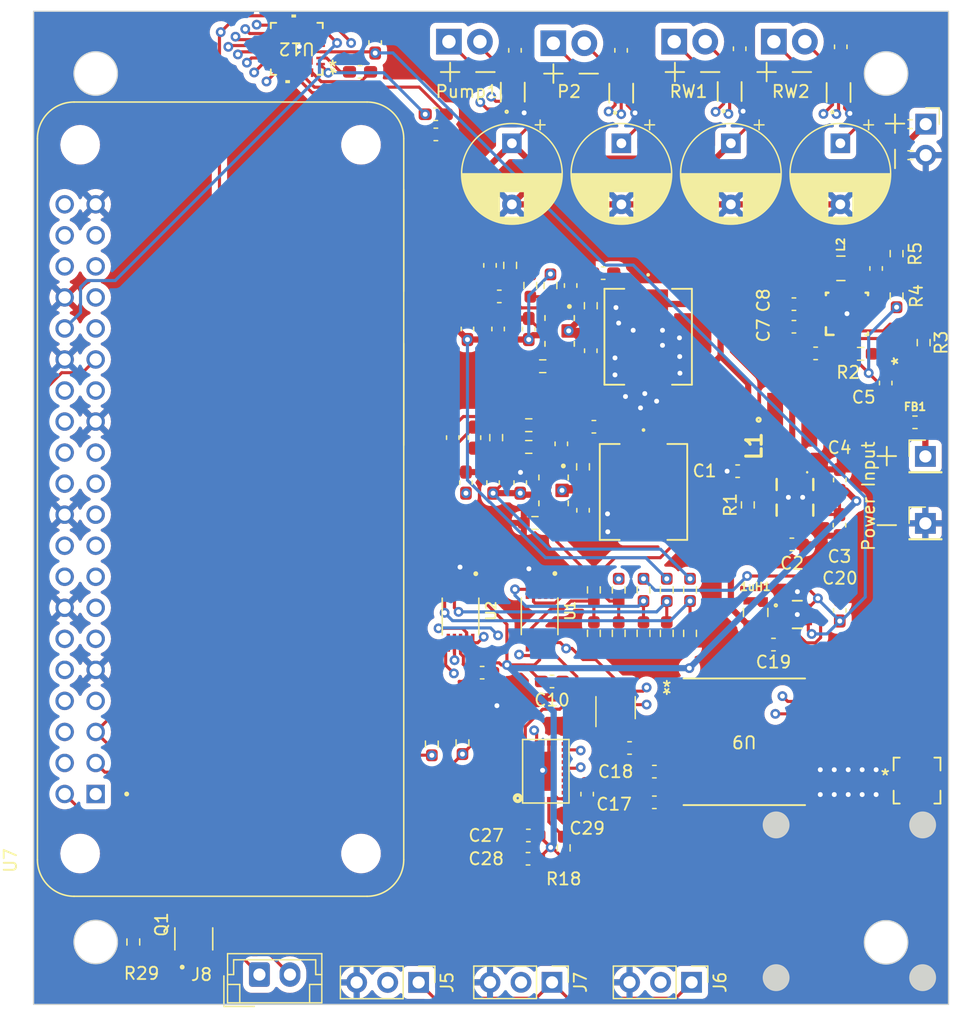
<source format=kicad_pcb>
(kicad_pcb (version 20221018) (generator pcbnew)
  (layers (0 "F.Cu" signal) (1 "In1.Cu" signal) (2 "In2.Cu" signal) (31 "B.Cu" signal) (34 "B.Paste" user) (35 "F.Paste" user) (36 "B.SilkS" user "B.Silkscreen") (37 "F.SilkS" user "F.Silkscreen") (38 "B.Mask" user) (39 "F.Mask" user) (44 "Edge.Cuts" user))
  (net 0 "")
  (net 1 "BAT+")
  (net 2 "Net-(U8-SW)")
  (net 3 "GND")
  (net 4 "Net-(U3-EN)")
  (net 5 "+3.3V")
  (net 6 "REGN")
  (net 7 "VIN")
  (net 8 "Net-(IC1-PMID)")
  (net 9 "Net-(IC1-SW_1)")
  (net 10 "Net-(IC1-BTST)")
  (net 11 "+5v")
  (net 12 "Net-(U12-C1+)")
  (net 13 "Net-(U12-C1-)")
  (net 14 "Net-(U12-C2+)")
  (net 15 "Net-(U12-C2-)")
  (net 16 "Net-(U12-VOUT)")
  (net 17 "Net-(U4-CAP)")
  (net 18 "Net-(IC1-STAT)")
  (net 19 "Net-(IC1-ICHG)")
  (net 21 "Net-(IC1-TS)")
  (net 23 "Net-(J1-VCC)")
  (net 24 "PS_Analog_V")
  (net 25 "Net-(U3-L1)")
  (net 26 "Net-(U3-L2)")
  (net 28 "I2C_Bus1_SCL")
  (net 29 "I2C_Bus1_SDA")
  (net 30 "Pump1+")
  (net 31 "Pump1-")
  (net 32 "PWM_5")
  (net 33 "PWM_6")
  (net 34 "Pump2+")
  (net 35 "Pump2-")
  (net 36 "PWM_7")
  (net 37 "PWM_8")
  (net 38 "Net-(D1-PadA)")
  (net 39 "BAT+_meas")
  (net 40 "+3.3V_meas")
  (net 41 "+5V_meas")
  (net 42 "Net-(U5-BOOT)")
  (net 43 "Net-(U5-SW)")
  (net 44 "BNO_BOOTN")
  (net 45 "ReactionWheel1+")
  (net 46 "ReactionWheel1-")
  (net 47 "PWM_1")
  (net 48 "PWM_2")
  (net 49 "ReactionWheel2+")
  (net 50 "ReactionWheel2-")
  (net 51 "PWM_3")
  (net 52 "PWM_4")
  (net 55 "9v(1)")
  (net 56 "Net-(C34-Pad2)")
  (net 58 "Net-(U5-COMP)")
  (net 59 "BNO_Data_Ready")
  (net 62 "Net-(U6-COMP)")
  (net 85 "PWM_Expander_CLK")
  (net 93 "Misc. Sensor 1")
  (net 94 "Misc. Sensor 2")
  (net 95 "Net-(C37-Pad2)")
  (net 96 "9v(2)")
  (net 97 "Net-(U6-BOOT)")
  (net 98 "Net-(U6-SW)")
  (net 99 "9v(1)_meas")
  (net 100 "9v(2)_meas")
  (net 101 "Net-(U4-NBOOT_LOAD_PIN)")
  (net 102 "Net-(U5-FSW)")
  (net 103 "Net-(U5-ILIM)")
  (net 104 "Net-(U6-ILIM)")
  (net 105 "Net-(U6-FSW)")
  (net 106 "9v(1)_Shutdown")
  (net 107 "9v(2)_Shutdown")
  (net 108 "Net-(U5-VCC)")
  (net 109 "Net-(U6-VCC)")
  (net 110 "Net-(U5-FB)")
  (net 111 "Net-(U6-FB)")
  (net 113 "Net-(J8-Pad1)")
  (net 114 "Solenoid_Driver")
  (net 124 "Net-(U10-SIGNAL)")
  (footprint "Capacitor_SMD:C_0603_1608Metric_Pad1.08x0.95mm_HandSolder" (layer "F.Cu") (at 79.883 45.429997 180)
    (fp_text reference "C6" hide)
    (fp_text value "2.2 uF" hide)
  )
  (footprint "Capacitor_SMD:C_0603_1608Metric_Pad1.08x0.95mm_HandSolder" (layer "F.Cu") (at 63.95 20.63 90)
    (fp_text reference "C13" hide)
    (fp_text value ".1 uF" hide)
  )
  (footprint "9V_Power_IND:IND_7030-WE-LHMI_WRE-L" (layer "F.Cu") (at 65.786 56.769 -90)
    (fp_text reference "L4" hide)
    (fp_text value "1.8uH" hide)
  )
  (footprint "Capacitor_SMD:C_0603_1608Metric_Pad1.08x0.95mm_HandSolder" (layer "F.Cu") (at 53.975 40.767)
    (fp_text reference "C35" hide)
    (fp_text value "optional" hide)
  )
  (footprint "Capacitor_SMD:C_0603_1608Metric_Pad1.08x0.95mm_HandSolder" (layer "F.Cu") (at 53.878 43.434 90)
    (fp_text reference "C31" hide)
    (fp_text value "22uF" hide)
  )
  (footprint "Resistor_SMD:R_0603_1608Metric_Pad0.98x0.95mm_HandSolder" (layer "F.Cu") (at 69.596 64.786 -90)
    (fp_text reference "R14" hide)
    (fp_text value "10k" hide)
  )
  (footprint "Capacitor_SMD:C_0603_1608Metric_Pad1.08x0.95mm_HandSolder" (layer "F.Cu") (at 73.66 20.5 90)
    (fp_text reference "C12" hide)
    (fp_text value ".1 uF" hide)
  )
  (footprint "Capacitor_SMD:C_0603_1608Metric_Pad1.08x0.95mm_HandSolder" (layer "F.Cu") (at 73.495 55.07 180)
    (fp_text reference "C1")
    (fp_text value "10 uF" hide)
  )
  (footprint "BNO055:LGA28R50P4X10_380X520X100" (layer "F.Cu") (at 57.785 79.629 90)
    (fp_text reference "U4" hide)
    (fp_text value "BNO055" hide)
  )
  (footprint "DRV8212:SOT6_DRV8212_TEX-L" (layer "F.Cu") (at 81.76 24.08 90)
    (fp_text reference "ReactionWheel2Controller1" hide)
    (fp_text value "DRV8212DRLR" hide)
  )
  (footprint "Connector_PinHeader_2.54mm:PinHeader_1x03_P2.54mm_Vertical" (layer "F.Cu") (at 47.371 96.91 -90)
    (fp_text reference "J5")
    (fp_text value "Pressure Sensor I/O" hide)
  )
  (footprint "DRV8212:SOT6_DRV8212_TEX-L" (layer "F.Cu") (at 55.08 24.05 90)
    (fp_text reference "Pump1Controller1" hide)
    (fp_text value "DRV8212DRLR" hide)
  )
  (footprint "Capacitor_SMD:C_0603_1608Metric_Pad1.08x0.95mm_HandSolder" (layer "F.Cu") (at 53.467 56.007 90)
    (fp_text reference "C39" hide)
    (fp_text value "22uF" hide)
  )
  (footprint "Connector_JST:JST_EH_B2B-EH-A_1x02_P2.50mm_Vertical" (layer "F.Cu") (at 34.33 96.266)
    (fp_text reference "J8")
    (fp_text value "JST_02" hide)
  )
  (footprint "TPS63001:TPS63002DRCT" (layer "F.Cu") (at 78.19 57.21 -90)
    (fp_text reference "U3" hide)
    (fp_text value "TPS63001DRCR" hide)
  )
  (footprint "Resistor_SMD:R_0603_1608Metric_Pad0.98x0.95mm_HandSolder" (layer "F.Cu") (at 56.896 59.309)
    (fp_text reference "R26" hide)
    (fp_text value "127k" hide)
  )
  (footprint "Resistor_SMD:R_0603_1608Metric_Pad0.98x0.95mm_HandSolder" (layer "F.Cu") (at 56.388 51.308 180)
    (fp_text reference "R27" hide)
    (fp_text value "107k" hide)
  )
  (footprint "TerminalBlock_TE-Connectivity:TerminalBlock_TE_282834-2_1x02_P2.54mm_Horizontal" (layer "F.Cu") (at 68.3 19.92)
    (fp_text reference "ReactionWheel1" hide)
    (fp_text value "Screw_Terminal_01x02" hide)
  )
  (footprint "TPS61089:IC_TPS61089RNRR" (layer "F.Cu") (at 58.42 56.642 -90)
    (fp_text reference "U6" hide)
    (fp_text value "TPS61089RNRR" hide)
  )
  (footprint "Capacitor_SMD:C_0603_1608Metric_Pad1.08x0.95mm_HandSolder" (layer "F.Cu") (at 42.57 22.39)
    (fp_text reference "C23" hide)
    (fp_text value ".47 uf" hide)
  )
  (footprint "Capacitor_SMD:C_0603_1608Metric_Pad1.08x0.95mm_HandSolder" (layer "F.Cu") (at 48.77 25.86)
    (fp_text reference "C24" hide)
    (fp_text value ".47 uF" hide)
  )
  (footprint "ADS1115:SOP50P490X110-10N" (layer "F.Cu") (at 57.277 66.945 -90)
    (fp_text reference "U1")
    (fp_text value "ADS1115IDGSR" hide)
  )
  (footprint "Capacitor_SMD:C_0603_1608Metric_Pad1.08x0.95mm_HandSolder" (layer "F.Cu") (at 64.643 77.724)
    (fp_text reference "C16" hide)
    (fp_text value "1 uF" hide)
  )
  (footprint "Resistor_SMD:R_0603_1608Metric_Pad0.98x0.95mm_HandSolder" (layer "F.Cu") (at 57.531 46.482)
    (fp_text reference "R22" hide)
    (fp_text value "127k" hide)
  )
  (footprint "Resistor_SMD:R_0603_1608Metric_Pad0.98x0.95mm_HandSolder" (layer "F.Cu") (at 54.864 38.227 90)
    (fp_text reference "R23" hide)
    (fp_text value "17.4k" hide)
  )
  (footprint "Capacitor_SMD:C_0603_1608Metric_Pad1.08x0.95mm_HandSolder" (layer "F.Cu") (at 61.722 51.435 180)
    (fp_text reference "C38" hide)
    (fp_text value "22uF" hide)
  )
  (footprint "Capacitor_SMD:C_0603_1608Metric_Pad1.08x0.95mm_HandSolder" (layer "F.Cu") (at 43.81 19.99 90)
    (fp_text reference "C25" hide)
    (fp_text value "1 uF" hide)
  )
  (footprint "Resistor_SMD:R_0603_1608Metric_Pad0.98x0.95mm_HandSolder" (layer "F.Cu") (at 61.722 68.342 -90)
    (fp_text reference "R7" hide)
    (fp_text value "10k" hide)
  )
  (footprint "Capacitor_SMD:C_0603_1608Metric_Pad1.08x0.95mm_HandSolder" (layer "F.Cu") (at 59.817 39.878 90)
    (fp_text reference "C33" hide)
    (fp_text value "2.2uF" hide)
  )
  (footprint "5v Converter:UDFN8_2X2_MCH-L" (layer "F.Cu") (at 78.3804 66.802)
    (fp_text reference "U8" hide)
    (fp_text value "MIC2876-5.0YMT-TR" hide)
  )
  (footprint "UFL:73412-0114_MOL" (layer "F.Cu") (at 88.186999 80.391)
    (fp_text reference "U10" hide)
    (fp_text value "734120114" hide)
  )
  (footprint "TerminalBlock_TE-Connectivity:TerminalBlock_TE_282834-2_1x02_P2.54mm_Horizontal" (layer "F.Cu") (at 76.46 19.92)
    (fp_text reference "ReactionWheel2" hide)
    (fp_text value "Screw_Terminal_01x02" hide)
  )
  (footprint "Resistor_SMD:R_0603_1608Metric_Pad0.98x0.95mm_HandSolder" (layer "F.Cu") (at 56.515 39.878 90)
    (fp_text reference "R21" hide)
    (fp_text value "107k" hide)
  )
  (footprint "Resistor_SMD:R_0603_1608Metric_Pad0.98x0.95mm_HandSolder" (layer "F.Cu") (at 63.754 68.342 -90)
    (fp_text reference "R9" hide)
    (fp_text value "10k" hide)
  )
  (footprint "Capacitor_SMD:C_0603_1608Metric_Pad1.08x0.95mm_HandSolder" (layer "F.Cu") (at 51.2445 56.007 90)
    (fp_text reference "C41" hide)
    (fp_text value "22uF" hide)
  )
  (footprint "Capacitor_SMD:C_0603_1608Metric_Pad1.08x0.95mm_HandSolder" (layer "F.Cu") (at 52.57 71.56)
    (fp_text reference "C11" hide)
    (fp_text value "1 uF" hide)
  )
  (footprint "1 uH Ind:IND_VLS252012HBX-1R0M-1" (layer "F.Cu") (at 81.95 38.469997)
    (fp_text reference "L2")
    (fp_text value "1 uH" hide)
  )
  (footprint "Resistor_SMD:R_0603_1608Metric_Pad0.98x0.95mm_HandSolder" (layer "F.Cu") (at 56.388 53.086 180)
    (fp_text reference "R25" hide)
    (fp_text value "681k" hide)
  )
  (footprint "Resistor_SMD:R_0603_1608Metric_Pad0.98x0.95mm_HandSolder" (layer "F.Cu") (at 58.166 39.878 90)
    (fp_text reference "R20" hide)
    (fp_text value "681k" hide)
  )
  (footprint "Capacitor_SMD:C_0603_1608Metric_Pad1.08x0.95mm_HandSolder" (layer "F.Cu") (at 66.675 82.169 180)
    (fp_text reference "C17")
    (fp_text value "10 uF" hide)
  )
  (footprint "0603 LED:LED_150060GS75000_WRE-M" (layer "F.Cu") (at 86.68 44.529997 90)
    (fp_text reference "D1" hide)
    (fp_text value "LTST-C190KRKT" hide)
  )
  (footprint "TPS61089:IC_TPS61089RNRR" (layer "F.Cu") (at 58.916 43.593 -90)
    (fp_text reference "U5" hide)
    (fp_text value "TPS61089RNRR" hide)
  )
  (footprint "Resistor_SMD:R_0603_1608Metric_Pad0.98x0.95mm_HandSolder" (layer "F.Cu") (at 88.73 44.549997 -90)
    (fp_text reference "R3")
    (fp_text value "23.2k" hide)
  )
  (footprint "Capacitor_SMD:C_0603_1608Metric_Pad1.08x0.95mm_HandSolder" (layer "F.Cu") (at 61.468 45.212 90)
    (fp_text reference "C15" hide)
    (fp_text value "100nF" hide)
  )
  (footprint "Capacitor_SMD:C_0603_1608Metric_Pad1.08x0.95mm_HandSolder" (layer "F.Cu") (at 81.94 20.3425 90)
    (fp_text reference "C22" hide)
    (fp_text value ".1 uF" hide)
  )
  (footprint "Package_TO_SOT_SMD:SOT-23-5_HandSoldering" (layer "F.Cu") (at 63.5 74.422 90)
    (fp_text reference "MC1" hide)
    (fp_text value "~" hide)
  )
  (footprint "Resistor_SMD:R_0603_1608Metric_Pad0.98x0.95mm_HandSolder" (layer "F.Cu") (at 67.691 64.786 -90)
    (fp_text reference "R12" hide)
    (fp_text value "10k" hide)
  )
  (footprint "Capacitor_SMD:C_0603_1608Metric_Pad1.08x0.95mm_HandSolder" (layer "F.Cu") (at 78.105 43.249997 180)
    (fp_text reference "C7")
    (fp_text value "10 uF" hide)
  )
  (footprint "Capacitor_SMD:C_0603_1608Metric_Pad1.08x0.95mm_HandSolder" (layer "F.Cu") (at 55.26 20.63 90)
    (fp_text reference "C21" hide)
    (fp_text value ".1 uF" hide)
  )
  (footprint "Capacitor_SMD:C_0603_1608Metric_Pad1.08x0.95mm_HandSolder" (layer "F.Cu") (at 84.836 38.481 90)
    (fp_text reference "C9" hide)
    (fp_text value "10 uF" hide)
  )
  (footprint "Resistor_SMD:R_0603_1608Metric_Pad0.98x0.95mm_HandSolder" (layer "F.Cu") (at 74.33 57.83 90)
    (fp_text reference "R1")
    (fp_text value "100" hide)
  )
  (footprint "Capacitor_SMD:C_0603_1608Metric_Pad1.08x0.95mm_HandSolder" (layer "F.Cu") (at 51.943 52.324 -90)
    (fp_text reference "C37" hide)
    (fp_text value "4.7nf" hide)
  )
  (footprint "Capacitor_SMD:C_0603_1608Metric_Pad1.08x0.95mm_HandSolder" (layer "F.Cu") (at 59.055 52.832 90)
    (fp_text reference "C43" hide)
    (fp_text value "2.2uF" hide)
  )
  (footprint "Capacitor_THT:CP_Radial_D8.0mm_P5.00mm" (layer "F.Cu") (at 55.006668 28.237349 -90)
    (fp_text reference "100uF1" hide)
    (fp_text value "C_Polarized" hide)
  )
  (footprint "Capacitor_SMD:C_0603_1608Metric_Pad1.08x0.95mm_HandSolder" (layer "F.Cu") (at 50.165 52.324 90)
    (fp_text reference "C36" hide)
    (fp_text value "optional" hide)
  )
  (footprint "Teseo Liv3r:ARRAY_LIV3R_STM" (layer "F.Cu") (at 74.041 77.216 180)
    (fp_text reference "U9")
    (fp_text value "TESEO-LIV3R" hide)
  )
  (footprint "Inductor_SMD:L_0603_1608Metric_Pad1.05x0.95mm_HandSolder" (layer "F.Cu") (at 88.02 51.07 180)
    (fp_text reference "MI0603M121R-1" hide)
    (fp_text value "100 ohm" hide)
  )
  (footprint "Resistor_SMD:R_0603_1608Metric_Pad0.98x0.95mm_HandSolder" (layer "F.Cu") (at 65.786 64.786 -90)
    (fp_text reference "R10" hide)
    (fp_text value "10k" hide)
  )
  (footprint "Capacitor_SMD:C_0603_1608Metric_Pad1.08x0.95mm_HandSolder" (layer "F.Cu") (at 53.213 38.227 90)
    (fp_text reference "C34" hide)
    (fp_text value "4.7nf" hide)
  )
  (footprint "Resistor_SMD:R_0603_1608Metric_Pad0.98x0.95mm_HandSolder" (layer "F.Cu") (at 61.468 41.529 -90)
    (fp_text reference "R19" hide)
    (fp_text value "301k" hide)
  )
  (footprint "Capacitor_SMD:C_0603_1608Metric_Pad1.08x0.95mm_HandSolder" (layer "F.Cu") (at 76.4303 69.2605 180)
    (fp_text reference "C19")
    (fp_text value "4.7 uF" hide)
  )
  (footprint "Resistor_SMD:R_0603_1608Metric_Pad0.98x0.95mm_HandSolder" (layer "F.Cu") (at 59.25 85.9 90)
    (fp_text reference "R18")
    (fp_text value "10k" hide)
  )
  (footprint "Capacitor_SMD:C_0603_1608Metric_Pad1.08x0.95mm_HandSolder" (layer "F.Cu") (at 62.484 38.862 180)
    (fp_text reference "C14" hide)
    (fp_text value "22uF" hide)
  )
  (footprint "Capacitor_SMD:C_0603_1608Metric_Pad1.08x0.95mm_HandSolder" (layer "F.Cu") (at 61.17 81.5 -90)
    (fp_text reference "C29")
    (fp_text value ".1 uF" hide)
  )
  (footprint "DRV8212:SOT6_DRV8212_TEX-L" (layer "F.Cu") (at 72.84 24 90)
    (fp_text reference "ReactionWheel1Controller1" hide)
    (fp_text value "DRV8212DRLR" hide)
  )
  (footprint "Resistor_SMD:R_0603_1608Metric_Pad0.98x0.95mm_HandSolder" (layer "F.Cu") (at 69.596 68.342 -90)
    (fp_text reference "R15" hide)
    (fp_text value "10k" hide)
  )
  (footprint "ADS1115:SOP50P490X110-10N" (layer "F.Cu") (at 50.8 66.961 -90)
    (fp_text reference "U2")
    (fp_text value "ADS1115IDGSR" hide)
  )
  (footprint "Capacitor_SMD:C_0603_1608Metric_Pad1.08x0.95mm_HandSolder" (layer "F.Cu") (at 51.368 43.434 90)
    (fp_text reference "C30" hide)
    (fp_text value "22uF" hide)
  )
  (footprint "Capacitor_SMD:C_0603_1608Metric_Pad1.08x0.95mm_HandSolder" (layer "F.Cu") (at 81.86 55.79 90)
    (fp_text reference "C4")
    (fp_text value "10 uF" hide)
  )
  (footprint "Connector_PinHeader_2.54mm:PinHeader_1x03_P2.54mm_Vertical" (layer "F.Cu") (at 58.293 96.901 -90)
    (fp_text reference "J7")
    (fp_text value "Pressure Sensor I/O" hide)
  )
  (footprint "Capacitor_SMD:C_0603_1608Metric_Pad1.08x0.95mm_HandSolder" (layer "F.Cu") (at 60.833 58.2695 90)
    (fp_text reference "C40" hide)
    (fp_text value "100nF" hide)
  )
  (footprint "Resistor_SMD:R_0603_1608Metric_Pad0.98x0.95mm_HandSolder" (layer "F.Cu") (at 60.833 54.7135 -90)
    (fp_text reference "R28" hide)
    (fp_text value "301k" hide)
  )
  (footprint "Capacitor_SMD:C_0603_1608Metric_Pad1.08x0.95mm_HandSolder" (layer "F.Cu") (at 78.105 41.402 180)
    (fp_text reference "C8")
    (fp_text value "47 nF" hide)
  )
  (footprint "Connector_PinHeader_2.54mm:PinHeader_1x03_P2.54mm_Vertical" (layer "F.Cu") (at 69.723 96.901 -90)
    (fp_text reference "J6")
    (fp_text value "Pressure Sensor I/O" hide)
  )
  (footprint "Capacitor_SMD:C_0603_1608Metric_Pad1.08x0.95mm_HandSolder" (layer "F.Cu") (at 85.62 47.857497 90)
    (fp_text reference "C5")
    (fp_text value "2.2 uF" hide)
  )
  (footprint "ADA3708:MODULE_ADA3708" (layer "F.Cu") (at 31.15 57.36 90)
    (fp_text reference "U7")
    (fp_text value "ADA3708" hide)
  )
  (footprint "Resistor_SMD:R_0603_1608Metric_Pad0.98x0.95mm_HandSolder" (layer "F.Cu") (at 86.5124 40.7396 90)
    (fp_text reference "R4")
    (fp_text value "10k" hide)
  )
  (footprint "3.3v Power Ind:VLS4012" (layer "F.Cu") (at 77.965 50.86)
    (fp_text reference "L1")
    (fp_text value "2.2 uH" hide)
  )
  (footprint "Connector_PinSocket_2.54mm:PinSocket_1x02_P2.54mm_Horizontal" (layer "F.Cu") (at 88.9 26.67)
    (fp_text reference "J4" hide)
    (fp_text value "691213710002" hide)
  )
  (footprint "Capacitor_THT:CP_Radial_D8.0mm_P5.00mm" (layer "F.Cu") (at 81.906668 28.237349 -90)
    (fp_text reference "100uF4" hide)
    (fp_text value "C_Polarized" hide)
  )
  (footprint "Resistor_SMD:R_0603_1608Metric_Pad0.98x0.95mm_HandSolder" (layer "F.Cu") (at 48.45 77.41 -90)
    (fp_text reference "R17" hide)
    (fp_text value "3.3k" hide)
  )
  (footprint "Capacitor_THT:CP_Radial_D8.0mm_P5.00mm" (layer "F.Cu") (at 72.94 28.237349 -90)
    (fp_text reference "100uF3" hide)
    (fp_text value "C_Polarized" hide)
  )
  (footprint "DRV8212:SOT6_DRV8212_TEX-L" (layer "F.Cu") (at 63.96 24.13 90)
    (fp_text reference "Pump2Controller1" hide)
    (fp_text value "DRV8212DRLR" hide)
  )
  (footprint "9V_Power_IND:IND_7030-WE-LHMI_WRE-L" (layer "F.Cu") (at 66.167 44.069 -90)
    (fp_text reference "L3" hide)
    (fp_text value "1.8uH" hide)
  )
  (footprint "Capacitor_SMD:C_0603_1608Metric_Pad1.08x0.95mm_HandSolder" (layer "F.Cu") (at 66.675 79.659 180)
    (fp_text reference "C18")
    (fp_text value "100nF" hide)
  )
  (footprint "Resistor_SMD:R_0603_1608Metric_Pad0.98x0.95mm_HandSolder" (layer "F.Cu") (at 24.003 93.599 90)
    (fp_text reference "R29")
    (fp_text value "10k")
  )
  (footprint "Capacitor_SMD:C_0603_1608Metric_Pad1.08x0.95mm_HandSolder" (layer "F.Cu") (at 58.293 72.279)
    (fp_text reference "C10")
    (fp_text value "1 uF" hide)
  )
  (footprint "Resistor_SMD:R_0603_1608Metric_Pad0.98x0.95mm_HandSolder" (layer "F.Cu") (at 61.722 64.786 -90)
    (fp_text reference "R6" hide)
    (fp_text value "10k" hide)
  )
  (footprint "PWM_EXPANDER:RTW24_TEX" (layer "F.Cu") (at 37.39 20.505 180)
    (fp_text reference "U12")
    (fp_text value "LP55231SQE_NOPB")
  )
  (footprint "Capacitor_SMD:C_0603_1608Metric_Pad1.08x0.95mm_HandSolder" (layer "F.Cu") (at 55.6895 56.007 90)
    (fp_text reference "C42" hide)
    (fp_text value "22uF" hide)
  )
  (footprint "Resistor_SMD:R_0603_1608Metric_Pad0.98x0.95mm_HandSolder" (layer "F.Cu") (at 65.786 68.342 -90)
    (fp_text reference "R11" hide)
    (fp_text value "10k" hide)
  )
  (footprint "Connector_PinHeader_2.54mm:PinHeader_1x01_P2.54mm_Vertical" (layer "F.Cu") (at 88.87 59.34)
    (fp_text reference "J3" hide)
    (fp_text value "Conn_01x01_Pin" hide)
  )
  (footprint "Capacitor_THT:CP_Radial_D8.0mm_P5.00mm" (layer "F.Cu") (at 63.973334 28.237349 -90)
    (fp_text reference "100uF2" hide)
    (fp_text value "C_Polarized" hide)
  )
  (footprint "Capacitor_SMD:C_0603_1608Metric_Pad1.08x0.95mm_HandSolder" (layer "F.Cu") (at 48.78 27.51)
    (fp_text reference "C26" hide)
    (fp_text value "1 uF" hide)
  )
  (footprint "Resistor_SMD:R_0603_1608Metric_Pad0.98x0.95mm_HandSolder" (layer "F.Cu") (at 63.754 64.786 -90)
    (fp_text reference "R8" hide)
    (fp_text value "10k" hide)
  )
  (footprint "Resistor_SMD:R_0603_1608Metric_Pad0.98x0.95mm_HandSolder" (layer "F.Cu") (at 67.691 68.342 -90)
    (fp_text reference "R13" hide)
    (fp_text value "10k" hide)
  )
  (footprint "Resistor_SMD:R_0603_1608Metric_Pad0.98x0.95mm_HandSolder" (layer "F.Cu") (at 86.5124 37.266803 -90)
    (fp_text reference "R5")
    (fp_text value "10k" hide)
  )
  (footprint "N-Channel:SOT95P280X125-3N" (layer "F.Cu") (at 28.956 93.345 90)
    (fp_text reference "Q1")
    (fp_text value "AO3400A")
  )
  (footprint "TerminalBlock_TE-Connectivity:TerminalBlock_TE_282834-2_1x02_P2.54mm_Horizontal" (layer "F.Cu") (at 58.4 20.05)
    (fp_text reference "Pump2" hide)
    (fp_text value "Screw_Terminal_01x02" hide)
  )
  (footprint "1 uH Ind:IND_VLS252012HBX-1R0M-1" (layer "F.Cu") (at 74.9703 66.6305 90)
    (fp_text reference "1uH1")
    (fp_text value "VLS252012HBX-1R0M-1" hide)
  )
  (footprint "Capacitor_SMD:C_0603_1608Metric_Pad1.08x0.95mm_HandSolder" (layer "F.Cu") (at 77.935 61.06)
    (fp_text reference "C2")
    (fp_text value "100 nF" hide)
  )
  (footprint "Resistor_SMD:R_0603_1608Metric_Pad0.98x0.95mm_HandSolder" (layer "F.Cu") (at 53.721 52.324 -90)
    (fp_text reference "R24" hide)
    (fp_text value "17.4k" hide)
  )
  (footprint "Resistor_SMD:R_0603_1608Metric_Pad0.98x0.95mm_HandSolder" (layer "F.Cu") (at 50.96 77.31 -90)
    (fp_text reference "R16" hide)
    (fp_text value "3.3k" hide)
  )
  (footprint "TerminalBlock_TE-Connectivity:TerminalBlock_TE_282834-2_1x02_P2.54mm_Horizontal" (layer "F.Cu") (at 49.85 19.92)
    (fp_text reference "Pump1")
    (fp_text value "Screw_Terminal_01x02" hide)
  )
  (footprint "Connector_PinHeader_2.54mm:PinHeader_1x01_P2.54mm_Vertical" (layer "F.Cu") (at 88.87 53.86)
    (fp_text reference "J2" hide)
    (fp_text value "Conn_01x01_Pin" hide)
  )
  (footprint "Capacitor_SMD:C_0603_1608Metric_Pad1.08x0.95mm_HandSolder" (layer "F.Cu") (at 56.329 86.789 180)
    (fp_text reference "C28")
    (fp_text value ".1 uF" hide)
  )
  (footprint "Capacitor_SMD:C_0603_1608Metric_Pad1.08x0.95mm_HandSolder" (layer "F.Cu") (at 56.3555 84.884 180)
    (fp_text reference "C27")
    (fp_text value ".1 uF" hide)
  )
  (footprint "Capacitor_SMD:C_0603_1608Metric_Pad1.08x0.95mm_HandSolder" (layer "F.Cu") (at 56.388 43.434 90)
    (fp_text reference "C32" hide)
    (fp_text value "22uF" hide)
  )
  (footprint "Resistor_SMD:R_0603_1608Metric_Pad0.98x0.95mm_HandSolder" (layer "F.Cu") (at 83.566 45.466)
    (fp_text reference "R2")
    (fp_text value "1k" hide)
  )
  (footprint "Capacitor_SMD:C_0603_1608Metric_Pad1.08x0.95mm_HandSolder" (layer "F.Cu") (at 81.86 66.47 90)
    (fp_text reference "C20")
    (fp_text value "22 uF" hide)
  )
  (footprint "BQ2530:RTE0016C_NV" (layer "F.Cu") (at 82.45 42.19 90)
    (fp_text reference "IC1" hide)
    (fp_text value "BQ25303JRTER" hide)
  )
  (footprint "Capacitor_SMD:C_0603_1608Metric_Pad1.08x0.95mm_HandSolder" (layer "F.Cu") (at 81.835 59.49 -90)
    (fp_text reference "C3")
    (fp_text value "10 uF" hide)
  )
  (gr_circle (center 20.925 22.525) (end 22.703 22.525) (stroke (width 0.1)) (fill none) (layer "Edge.Cuts"))
  (gr_circle (center 88.646 96.52) (end 89.646 96.52) (stroke (width 0.2)) (fill solid) (layer "Edge.Cuts"))
  (gr_circle (center 88.646 84.02) (end 89.646 84.02) (stroke (width 0.2)) (fill solid) (layer "Edge.Cuts"))
  (gr_circle (center 76.646 84.02) (end 77.646 84.02) (stroke (width 0.2)) (fill solid) (layer "Edge.Cuts"))
  (gr_circle (center 85.65 93.625) (end 87.428 93.625) (stroke (width 0.1)) (fill none) (layer "Edge.Cuts"))
  (gr_circle (center 76.646 96.52) (end 77.646 96.52) (stroke (width 0.2)) (fill solid) (layer "Edge.Cuts"))
  (gr_circle (center 85.65 22.525) (end 87.428 22.525) (stroke (width 0.1)) (fill none) (layer "Edge.Cuts"))
  (gr_circle (center 20.925 93.6) (end 22.703 93.6) (stroke (width 0.1)) (fill none) (layer "Edge.Cuts"))
  (gr_rect (start 15.835 17.43) (end 90.765 98.71) (stroke (width 0.1)) (fill none) (layer "Edge.Cuts"))
  (gr_text "P2" (at 59.69 24.003) (layer "F.SilkS") (effects (font (size 1 1))))
  (gr_text "-" (at 85.37 28.18 -90) (layer "F.SilkS") (effects (font (size 2 2)) (justify left bottom)))
  (gr_text "+\n" (at 85.37 25.29 -90) (layer "F.SilkS") (effects (font (size 2 2)) (justify left bottom)))
  (gr_text "RW1" (at 69.469 24.003) (layer "F.SilkS") (effects (font (size 1 1))))
  (gr_text "Power Input" (at 84.8 61.69 90) (layer "F.SilkS") (effects (font (size 1 1)) (justify left bottom)))
  (gr_text "+\n" (at 74.53 23.42) (layer "F.SilkS") (effects (font (size 2 2)) (justify left bottom)))
  (gr_text "-" (at 77.42 23.42) (layer "F.SilkS") (effects (font (size 2 2)) (justify left bottom)))
  (gr_text "-" (at 69.91 23.42) (layer "F.SilkS") (effects (font (size 2 2)) (justify left bottom)))
  (gr_text "-" (at 51.5 23.42) (layer "F.SilkS") (effects (font (size 2 2)) (justify left bottom)))
  (gr_text "+\n" (at 67.02 23.42) (layer "F.SilkS") (effects (font (size 2 2)) (justify left bottom)))
  (gr_text "+\n" (at 57.07 23.55) (layer "F.SilkS") (effects (font (size 2 2)) (justify left bottom)))
  (gr_text "FB1" (at 88.02 49.8) (layer "F.SilkS") (effects (font (size 0.64 0.64))))
  (gr_text "+\n" (at 48.61 23.42) (layer "F.SilkS") (effects (font (size 2 2)) (justify left bottom)))
  (gr_text "RW2" (at 77.851 24.003) (layer "F.SilkS") (effects (font (size 1 1))))
  (gr_text "-" (at 59.96 23.55) (layer "F.SilkS") (effects (font (size 2 2)) (justify left bottom)))
  (gr_text "+\n" (at 84.37 54.85) (layer "F.SilkS") (effects (font (size 2 2)) (justify left bottom)))
  (gr_text "-" (at 84.37 60.5) (layer "F.SilkS") (effects (font (size 2 2)) (justify left bottom)))
  (segment (start 66.167 41.3893) (end 63.6397 38.862) (width 0.508) (layer "F.Cu") (net 1))
  (segment (start 74.3575 56.3372) (end 74.3575 56.89) (width 0.508) (layer "F.Cu") (net 1))
  (segment (start 61.722 63.8735) (end 58.67 60.8215) (width 0.254) (layer "F.Cu") (net 1))
  (segment (start 64.008 52.324) (end 63.119 51.435) (width 0.508) (layer "F.Cu") (net 1))
  (segment (start 58.67 60.8215) (end 58.67 57.817) (width 0.254) (layer "F.Cu") (net 1))
  (segment (start 83.312 35.4584) (end 83.312 36.576) (width 0.508) (layer "F.Cu") (net 1))
  (segment (start 74.9703 68.663) (end 75.5678 69.2605) (width 0.254) (layer "F.Cu") (net 1))
  (segment (start 72.0979 45.64741) (end 72.0979 43.7261) (width 0.508) (layer "F.Cu") (net 1))
  (segment (start 74.2703 67.5805) (end 74.9703 67.5805) (width 0.508) (layer "F.Cu") (net 1))
  (segment (start 61.722 63.8735) (end 63.4455 62.15) (width 0.254) (layer "F.Cu") (net 1))
  (segment (start 82.7 38.669997) (end 82.9 38.469997) (width 0.254) (layer "F.Cu") (net 1))
  (segment (start 63.4455 62.15) (end 67.16 62.15) (width 0.254) (layer "F.Cu") (net 1))
  (segment (start 70.74419 56.9175) (end 72.94 59.11331) (width 0.508) (layer "F.Cu") (net 1))
  (segment (start 74.8847 55.81) (end 74.3575 56.3372) (width 0.254) (layer "F.Cu") (net 1))
  (segment (start 75.4988 67.052) (end 74.9703 67.5805) (width 0.254) (layer "F.Cu") (net 1))
  (segment (start 79.867899 67.052) (end 79.2821 67.052) (width 0.254) (layer "F.Cu") (net 1))
  (segment (start 78.24 68.25) (end 79.107 69.117) (width 0.254) (layer "F.Cu") (net 1))
  (segment (start 65.786 51.728324) (end 65.786 54.0893) (width 0.254) (layer "F.Cu") (net 1))
  (segment (start 63.119 51.435) (end 62.5845 51.435) (width 0.508) (layer "F.Cu") (net 1))
  (segment (start 72.0979 45.64741) (end 74.3575 47.90701) (width 0.508) (layer "F.Cu") (net 1))
  (segment (start 76.5783 68.25) (end 78.24 68.25) (width 0.254) (layer "F.Cu") (net 1))
  (segment (start 74.9703 67.5805) (end 74.9703 68.663) (width 0.254) (layer "F.Cu") (net 1))
  (segment (start 72.94 66.2502) (end 74.2703 67.5805) (width 0.508) (layer "F.Cu") (net 1))
  (segment (start 65.786 51.95931) (end 65.786 54.0893) (width 0.508) (layer "F.Cu") (net 1))
  (segment (start 77.19 55.81) (end 74.8847 55.81) (width 0.254) (layer "F.Cu") (net 1))
  (segment (start 65.786 51.95931) (end 70.74419 56.9175) (width 0.508) (layer "F.Cu") (net 1))
  (segment (start 83.312 36.576) (end 83.312 38.057997) (width 0.508) (layer "F.Cu") (net 1))
  (segment (start 65.786 54.0893) (end 64.0207 52.324) (width 0.508) (layer "F.Cu") (net 1))
  (segment (start 88.9 26.67) (end 83.312 32.258) (width 0.508) (layer "F.Cu") (net 1))
  (segment (start 68.73 57.0333) (end 65.786 54.0893) (width 0.254) (layer "F.Cu") (net 1))
  (segment (start 74.3575 54.2036) (end 74.3575 55.07) (width 0.508) (layer "F.Cu") (net 1))
  (segment (start 67.16 62.15) (end 68.73 60.58) (width 0.254) (layer "F.Cu") (net 1))
  (segment (start 59.166 45.108324) (end 65.786 51.728324) (width 0.254) (layer "F.Cu") (net 1))
  (segment (start 79.861134 69.117) (end 80.29 68.688134) (width 0.254) (layer "F.Cu") (net 1))
  (segment (start 70.74419 56.9175) (end 74.33 56.9175) (width 0.508) (layer "F.Cu") (net 1))
  (segment (start 83.312 32.258) (end 83.312 35.4584) (width 0.508) (layer "F.Cu") (net 1))
  (segment (start 80.29 68.688134) (end 80.29 67.474101) (width 0.254) (layer "F.Cu") (net 1))
  (segment (start 68.73 60.58) (end 68.73 57.0333) (width 0.254) (layer "F.Cu") (net 1))
  (segment (start 79.248 36.576) (end 83.312 36.576) (width 0.508) (layer "F.Cu") (net 1))
  (segment (start 72.0979 43.7261) (end 79.248 36.576) (width 0.508) (layer "F.Cu") (net 1))
  (segment (start 63.6397 38.862) (end 63.3465 38.862) (width 0.508) (layer "F.Cu") (net 1))
  (segment (start 72.0979 45.64741) (end 65.786 51.95931) (width 0.508) (layer "F.Cu") (net 1))
  (segment (start 59.166 44.768) (end 59.166 45.108324) (width 0.254) (layer "F.Cu") (net 1))
  (segment (start 83.962497 38.469997) (end 84.836 39.3435) (width 0.508) (layer "F.Cu") (net 1))
  (segment (start 79.107 69.117) (end 79.861134 69.117) (width 0.254) (layer "F.Cu") (net 1))
  (segment (start 74.3575 47.90701) (end 74.3575 54.2036) (width 0.508) (layer "F.Cu") (net 1))
  (segment (start 74.3575 54.2036) (end 74.3575 56.3372) (width 0.508) (layer "F.Cu") (net 1))
  (segment (start 80.29 67.474101) (end 79.867899 67.052) (width 0.254) (layer "F.Cu") (net 1))
  (segment (start 74.4347 41.3893) (end 66.167 41.3893) (width 0.508) (layer "F.Cu") (net 1))
  (segment (start 82.9 38.469997) (end 83.962497 38.469997) (width 0.508) (layer "F.Cu") (net 1))
  (segment (start 82.7 40.79) (end 82.7 38.669997) (width 0.254) (layer "F.Cu") (net 1))
  (segment (start 83.312 38.057997) (end 82.9 38.469997) (width 0.508) (layer "F.Cu") (net 1))
  (segment (start 74.676 41.148) (end 74.4347 41.3893) (width 0.508) (layer "F.Cu") (net 1))
  (segment (start 74.3575 56.89) (end 74.33 56.9175) (width 0.508) (layer "F.Cu") (net 1))
  (segment (start 77.4787 67.052) (end 75.4988 67.052) (width 0.254) (layer "F.Cu") (net 1))
  (segment (start 75.5678 69.2605) (end 76.5783 68.25) (width 0.254) (layer "F.Cu") (net 1))
  (segment (start 64.0207 52.324) (end 64.008 52.324) (width 0.508) (layer "F.Cu") (net 1))
  (segment (start 72.94 59.11331) (end 72.94 66.2502) (width 0.508) (layer "F.Cu") (net 1))
  (segment (start 77.4787 66.051999) (end 75.341799 66.051999) (width 0.254) (layer "F.Cu") (net 2))
  (segment (start 75.341799 66.051999) (end 74.9703 65.6805) (width 0.254) (layer "F.Cu") (net 2))
  (segment (start 57.1745 74.26) (end 53.78 74.26) (width 0.25) (layer "F.Cu") (net 3))
  (segment (start 55.580126 24.7993) (end 55.580126 25.313626) (width 0.254) (layer "F.Cu") (net 3))
  (segment (start 38.5639 18.6461) (end 38.5639 19.3481) (width 0.1778) (layer "F.Cu") (net 3))
  (segment (start 82.45 42.18) (end 82.199998 41.929998) (width 0.254) (layer "F.Cu") (net 3))
  (segment (start 73.340126 24.7493) (end 73.340126 25.010126) (width 0.254) (layer "F.Cu") (net 3))
  (segment (start 57.0595 43.243) (end 56.388 42.5715) (width 0.25) (layer "F.Cu") (net 3))
  (segment (start 78.82 57.21) (end 78.19 57.21) (width 0.254) (layer "F.Cu") (net 3))
  (segment (start 82.71 42.44) (end 83.85 42.44) (width 0.254) (layer "F.Cu") (net 3))
  (segment (start 78.0375 67.552001) (end 78.3804 67.209101) (width 0.254) (layer "F.Cu") (net 3))
  (segment (start 81.906668 33.237349) (end 55.006668 33.237349) (width 0.508) (layer "F.Cu") (net 3))
  (segment (start 82.45 42.18) (end 82.71 42.44) (width 0.254) (layer "F.Cu") (net 3))
  (segment (start 78.3804 64.9396) (end 78.39 64.93) (width 0.508) (layer "F.Cu") (net 3))
  (segment (start 78.6304 66.552) (end 78.3804 66.802) (width 0.254) (layer "F.Cu") (net 3))
  (segment (start 57.191 79.879) (end 56.2225 79.879) (width 0.254) (layer "F.Cu") (net 3))
  (segment (start 37.592 20.32) (end 37.575 20.32) (width 0.2032) (layer "F.Cu") (net 3))
  (segment (start 57.277 64.795) (end 57.277 63.937) (width 0.25) (layer "F.Cu") (net 3))
  (segment (start 51.89 51.4615) (end 50.165 53.1865) (width 0.254) (layer "F.Cu") (net 3))
  (segment (start 79.2821 66.552) (end 78.6304 66.552) (width 0.254) (layer "F.Cu") (net 3))
  (segment (start 38.5639 19.3481) (end 37.592 20.32) (width 0.1778) (layer "F.Cu") (net 3))
  (segment (start 58.277 64.795) (end 58.277 63.966941) (width 0.25) (layer "F.Cu") (net 3))
  (segment (start 37.575 20.32) (end 37.39 20.505) (width 0.2032) (layer "F.Cu") (net 3))
  (segment (start 63.7805 76.0525) (end 63.5 75.772) (width 0.254) (layer "F.Cu") (net 3))
  (segment (start 57.52 79.55) (end 57.035 80.035) (width 0.254) (layer "F.Cu") (net 3))
  (segment (start 73.340126 25.010126) (end 73.94 25.61) (width 0.254) (layer "F.Cu") (net 3))
  (segment (start 57.72 56.292) (end 56.837 56.292) (width 0.25) (layer "F.Cu") (net 3))
  (segment (start 58.216 43.243) (end 57.0595 43.243) (width 0.25) (layer "F.Cu") (net 3))
  (segment (start 78.3804 66.802) (end 78.3804 64.9396) (width 0.508) (layer "F.Cu") (net 3))
  (segment (start 78.3804 67.209101) (end 78.3804 66.802) (width 0.254) (layer "F.Cu") (net 3))
  (segment (start 36.64 22.44) (end 36.64 21.255) (width 0.1778) (layer "F.Cu") (net 3))
  (segment (start 36.64 21.255) (end 37.39 20.505) (width 0.1778) (layer "F.Cu") (net 3))
  (segment (start 57.52 80.077959) (end 58.535 81.092959) (width 0.254) (layer "F.Cu") (net 3))
  (segment (start 57.52 79.55) (end 58.035 79.035) (width 0.254) (layer "F.Cu") (net 3))
  (segment (start 63.7805 77.724) (end 63.7805 76.0525) (width 0.254) (layer "F.Cu") (net 3))
  (segment (start 82.45 42.18) (end 83.199998 41.430002) (width 0.254) (layer "F.Cu") (net 3))
  (segment (start 37.14 20.772) (end 37.592 20.32) (width 0.1778) (layer "F.Cu") (net 3))
  (segment (start 57.370059 63.06) (end 56.4 63.06) (width 0.25) (layer "F.Cu") (net 3))
  (segment (start 58.535 81.092959) (end 58.535 81.633) (width 0.254) (layer "F.Cu") (net 3))
  (segment (start 83.199998 41.430002) (end 83.199998 40.79) (width 0.254) (layer "F.Cu") (net 3))
  (segment (start 37.14 22.44) (end 37.14 20.772) (width 0.1778) (layer "F.Cu") (net 3))
  (segment (start 58.781 81.879) (end 59.3475 81.879) (width 0.254) (layer "F.Cu") (net 3))
  (segment (start 38.64 18.57) (end 38.5934 18.6166) (width 0.2032) (layer "F.Cu") (net 3))
  (segment (start 82.45 42.18) (end 82.45 41.540001) (width 0.254) (layer "F.Cu") (net 3))
  (segment (start 58.535 81.092959) (end 58.535 81.9415) (width 0.254) (layer "F.Cu") (net 3))
  (segment (start 59.831 82.3625) (end 59.3475 81.879) (width 0.254) (layer "F.Cu") (net 3))
  (segment (start 50.8 64.811) (end 50.8 62.96) (width 0.25) (layer "F.Cu") (net 3))
  (segment (start 82.199998 41.929998) (end 82.199998 40.79) (width 0.254) (layer "F.Cu") (net 3))
  (segment (start 55.580126 25.313626) (end 56.01 25.7435) (width 0.254) (layer "F.Cu") (net 3))
  (segment (start 64.460126 24.8793) (end 64.460126 25.120126) (width 0.254) (layer "F.Cu") (net 3))
  (segment (start 77.4787 67.552001) (end 78.0375 67.552001) (width 0.254) (layer "F.Cu") (net 3))
  (segment (start 57.277 63.937) (end 56.4 63.06) (width 0.25) (layer "F.Cu") (net 3))
  (segment (start 38.64 18.57) (end 38.5639 18.6461) (width 0.1778) (layer "F.Cu") (net 3))
  (segment (start 78.69 57.71) (end 78.82 57.21) (width 0.254) (layer "F.Cu") (net 3))
  (segment (start 77.4787 66.552) (end 78.1304 66.552) (width 0.254) (layer "F.Cu") (net 3))
  (segment (start 58.535 81.633) (end 58.781 81.879) (width 0.254) (layer "F.Cu") (net 3))
  (segment (start 78.1304 66.552) (end 78.3804 66.802) (width 0.254) (layer "F.Cu") (net 3))
  (segment (start 82.260126 24.8293) (end 82.260126 25.360126) (width 0.254) (layer "F.Cu") (net 3))
  (segment (start 51.943 51.4615) (end 51.89 51.4615) (width 0.254) (layer "F.Cu") (net 3))
  (segment (start 82.45 41.540001) (end 81.699999 40.79) (width 0.254) (layer "F.Cu") (net 3))
  (segment (start 58.277 63.966941) (end 57.370059 63.06) (width 0.25) (layer "F.Cu") (net 3))
  (segment (start 78.69 58.61) (end 78.69 57.71) (width 0.254) (layer "F.Cu") (net 3))
  (segment (start 56.837 56.292) (end 55.7125 55.1675) (width 0.25) (layer "F.Cu") (net 3))
  (segment (start 61.17 82.3625) (end 59.831 82.3625) (width 0.254) (layer "F.Cu") (net 3))
  (segment (start 57.52 79.55) (end 57.191 79.879) (width 0.254) (layer "F.Cu") (net 3))
  (segment (start 57.035 80.035) (end 57.035 81.9415) (width 0.254) (layer "F.Cu") (net 3))
  (segment (start 59.1555 72.279) (end 57.1745 74.26) (width 0.25) (layer "F.Cu") (net 3))
  (segment (start 55.6895 55.1445) (end 55.7125 55.1675) (width 0.25) (layer "F.Cu") (net 3))
  (segment (start 78.19 55.81) (end 78.19 57.21) (width 0.254) (layer "F.Cu") (net 3))
  (segment (start 50.8 62.96) (end 50.76 62.92) (width 0.25) (layer "F.Cu") (net 3))
  (segment (start 82.260126 25.360126) (end 82.69 25.79) (width 0.254) (layer "F.Cu") (net 3))
  (segment (start 58.035 79.035) (end 58.035 77.3165) (width 0.254) (layer "F.Cu") (net 3))
  (segment (start 78.69 60.9525) (end 78.69 58.61) (width 0.254) (layer "F.Cu") (net 3))
  (segment (start 57.52 79.55) (end 57.52 80.077959) (width 0.254) (layer "F.Cu") (net 3))
  (segment (start 78.7975 61.06) (end 78.69 60.9525) (width 0.254) (layer "F.Cu") (net 3))
  (segment (start 64.460126 25.120126) (end 65.09 25.75) (width 0.254) (layer "F.Cu") (net 3))
  (segment (start 37.64 20.255) (end 37.39 20.505) (width 0.254) (layer "F.Cu") (net 3))
  (segment (start 37.592 20.303) (end 37.592 20.32) (width 0.2032) (layer "F.Cu") (net 3))
  (via (at 82.55 79.502) (size 0.8) (drill 0.4) (layers "F.Cu" "B.Cu") (net 3))
  (via (at 63.53 41.68) (size 0.8) (drill 0.4) (layers "F.Cu" "B.Cu") (net 3))
  (via (at 53.78 74.26) (size 0.8) (drill 0.4) (layers "F.Cu" "B.Cu") (net 3))
  (via (at 50.76 62.92) (size 0.8) (drill 0.4) (layers "F.Cu" "B.Cu") (net 3))
  (via (at 84.836 81.534) (size 0.8) (drill 0.4) (layers "F.Cu" "B.Cu") (net 3))
  (via (at 56.01 25.7435) (size 0.8) (drill 0.4) (layers "F.Cu" "B.Cu") (net 3))
  (via (at 68.73 44.16) (size 0.8) (drill 0.4) (layers "F.Cu" "B.Cu") (net 3))
  (via (at 37.592 20.32) (size 0.8) (drill 0.4) (layers "F.Cu" "B.Cu") (net 3))
  (via (at 66.86 49.34) (size 0.8) (drill 0.4) (layers "F.Cu" "B.Cu") (net 3))
  (via (at 63.75 42.95) (size 0.8) (drill 0.4) (layers "F.Cu" "B.Cu") (net 3))
  (via (at 78.82 57.21) (size 0.8) (drill 0.4) (layers "F.Cu" "B.Cu") (net 3))
  (via (at 63.45 45.8) (size 0.8) (drill 0.4) (layers "F.Cu" "B.Cu") (net 3))
  (via (at 78.3804 66.802) (size 0.8) (drill 0.4) (layers "F.Cu" "B.Cu") (net 3))
  (via (at 83.693 81.534) (size 0.8) (drill 0.4) (layers "F.Cu" "B.Cu") (net 3))
  (via (at 62.84 58.56) (size 0.8) (drill 0.4) (layers "F.Cu" "B.Cu") (net 3))
  (via (at 65.89 48.72) (size 0.8) (drill 0.4) (layers "F.Cu" "B.Cu") (net 3))
  (via (at 62.86 60.03) (size 0.8) (drill 0.4) (layers "F.Cu" "B.Cu") (net 3))
  (via (at 65.54 49.89) (size 0.8) (drill 0.4) (layers "F.Cu" "B.Cu") (net 3))
  (via (at 56.4 63.06) (size 0.8) (drill 0.4) (layers "F.Cu" "B.Cu") (net 3))
  (via (at 83.693 79.502) (size 0.8) (drill 0.4) (layers "F.Cu" "B.Cu") (net 3))
  (via (at 57.52 79.55) (size 0.8) (drill 0.4) (layers "F.Cu" "B.Cu") (net 3))
  (via (at 67.34 43.54) (size 0.8) (drill 0.4) (layers "F.Cu" "B.Cu") (net 3))
  (via (at 82.69 25.79) (size 0.8) (drill 0.4) (layers "F.Cu" "B.Cu") (net 3))
  (via (at 81.407 81.534) (size 0.8) (drill 0.4) (layers "F.Cu" "B.Cu") (net 3))
  (via (at 72.6325 55.07) (size 0.8) (drill 0.4) (layers "F.Cu" "B.Cu") (net 3))
  (via (at 82.45 42.18) (size 0.8) (drill 0.4) (layers "F.Cu" "B.Cu") (net 3))
  (via (at 80.264 79.502) (size 0.8) (drill 0.4) (layers "F.Cu" "B.Cu") (net 3))
  (via (at 63.45 47.19) (size 0.8) (drill 0.4) (layers "F.Cu" "B.Cu") (net 3))
  (via (at 80.264 81.534) (size 0.8) (drill 0.4) (layers "F.Cu" "B.Cu") (net 3))
  (via (at 77.65 57.21) (size 0.8) (drill 0.4) (layers "F.Cu" "B.Cu") (net 3))
  (via (at 67.34 44.77) (size 0.8) (drill 0.4) (layers "F.Cu" "B.Cu") (net 3))
  (via (at 82.55 81.534) (size 0.8) (drill 0.4) (layers "F.Cu" "B.Cu") (net 3))
  (via (at 73.94 25.61) (size 0.8) (drill 0.4) (layers "F.Cu" "B.Cu") (net 3))
  (via (at 65.09 25.75) (size 0.8) (drill 0.4) (layers "F.Cu" "B.Cu") (net 3))
  (via (at 78.39 64.93) (size 0.8) (drill 0.4) (layers "F.Cu" "B.Cu") (net 3))
  (via (at 64.94 43.54) (size 0.8) (drill 0.4) (layers "F.Cu" "B.Cu") (net 3))
  (via (at 68.77 47.05) (size 0.8) (drill 0.4) (layers "F.Cu" "B.Cu") (net 3))
  (via (at 68.75 45.69) (size 0.8) (drill 0.4) (layers "F.Cu" "B.Cu") (net 3))
  (via (at 81.407 79.502) (size 0.8) (drill 0.4) (layers "F.Cu" "B.Cu") (net 3))
  (via (at 84.836 79.502) (size 0.8) (drill 0.4) (layers "F.Cu" "B.Cu") (net 3))
  (via (at 64.31 48.96) (size 0.8) (drill 0.4) (layers "F.Cu" "B.Cu") (net 3))
  (via (at 55.7125 55.1675) (size 0.8) (drill 0.4) (layers "F.Cu" "B.Cu") (net 3))
  (segment (start 77.65 57.21) (end 74.7725 57.21) (width 0.25) (layer "B.Cu") (net 3))
  (segment (start 74.7725 57.21) (end 72.6325 55.07) (width 0.25) (layer "B.Cu") (net 3))
  (segment (start 77.0725 58.7275) (end 77.19 58.61) (width 0.254) (layer "F.Cu") (net 4))
  (segment (start 78.19 59.9425) (end 78.19 58.61) (width 0.254) (layer "F.Cu") (net 4))
  (segment (start 77.0725 61.06) (end 77.69 60.4425) (width 0.254) (layer "F.Cu") (net 4))
  (segment (start 77.0725 61.06) (end 74.755 58.7425) (width 0.254) (layer "F.Cu") (net 4))
  (segment (start 77.0725 61.06) (end 78.19 59.9425) (width 0.254) (layer "F.Cu") (net 4))
  (segment (start 77.69 60.4425) (end 77.69 58.61) (width 0.254) (layer "F.Cu") (net 4))
  (segment (start 77.0725 61.06) (end 77.0725 58.7275) (width 0.254) (layer "F.Cu") (net 4))
  (segment (start 74.755 58.7425) (end 74.33 58.7425) (width 0.254) (layer "F.Cu") (net 4))
  (segment (start 58.182 85.8575) (end 57.535 85.2105) (width 0.254) (layer "F.Cu") (net 5))
  (segment (start 50.92 76.3575) (end 50.96 76.3975) (width 0.254) (layer "F.Cu") (net 5))
  (segment (start 54.6 70.93) (end 54.138324 70.93) (width 0.254) (layer "F.Cu") (net 5))
  (segment (start 82.1025 58.6275) (end 83.22 57.51) (width 0.508) (layer "F.Cu") (net 5))
  (segment (start 67.979899 79.659) (end 69.322899 78.316) (width 0.25) (layer "F.Cu") (net 5))
  (segment (start 51.7075 71.56) (end 51.012817 70.865317) (width 0.254) (layer "F.Cu") (net 5))
  (segment (start 81.86 56.6525) (end 81.0175 55.81) (width 0.254) (layer "F.Cu") (net 5))
  (segment (start 55.633 83.299) (end 55.633 81.402) (width 0.254) (layer "F.Cu") (net 5))
  (segment (start 50.92 72.4995) (end 50.92 76.3575) (width 0.254) (layer "F.Cu") (net 5))
  (segment (start 50.9885 72.279) (end 50.6995 72.279) (width 0.254) (layer "F.Cu") (net 5))
  (segment (start 52.5095 70.758) (end 50.9885 72.279) (width 0.254) (layer "F.Cu") (net 5))
  (segment (start 53.966324 70.758) (end 52.5095 70.758) (width 0.254) (layer "F.Cu") (net 5))
  (segment (start 54.6 70.93) (end 56.86 70.93) (width 0.254) (layer "F.Cu") (net 5))
  (segment (start 65.6025 77.724) (end 67.5375 79.659) (width 0.25) (layer "F.Cu") (net 5))
  (segment (start 68.465901 79.659) (end 69.322899 80.515998) (width 0.25) (layer "F.Cu") (net 5))
  (segment (start 58.123 85.8575) (end 57.1915 86.789) (width 0.254) (layer "F.Cu") (net 5))
  (segment (start 58.182 85.8575) (end 58.123 85.8575) (width 0.254) (layer "F.Cu") (net 5))
  (segment (start 82.3625 56.6525) (end 83.22 57.51) (width 0.508) (layer "F.Cu") (net 5))
  (segment (start 57.218 84.884) (end 55.633 83.299) (width 0.254) (layer "F.Cu") (net 5))
  (segment (start 64.45 76.6685) (end 65.5055 77.724) (width 0.254) (layer "F.Cu") (net 5))
  (segment (start 69.0799 79.659) (end 69.322899 79.416001) (width 0.25) (layer "F.Cu") (net 5))
  (segment (start 81.835 58.6275) (end 82.1025 58.6275) (width 0.508) (layer "F.Cu") (net 5))
  (segment (start 57.535 85.2105) (end 57.535 81.9415) (width 0.254) (layer "F.Cu") (net 5))
  (segment (start 50.8 70.001866) (end 50.8 69.111) (width 0.254) (layer "F.Cu") (net 5))
  (segment (start 50.6995 72.279) (end 50.92 72.4995) (width 0.254) (layer "F.Cu") (net 5))
  (segment (start 67.5375 79.659) (end 69.0799 79.659) (width 0.25) (layer "F.Cu") (net 5))
  (segment (start 54.6 70.93) (end 54.6 67.611) (width 0.254) (layer "F.Cu") (net 5))
  (segment (start 58.182 85.8575) (end 58.295 85.8575) (width 0.254) (layer "F.Cu") (net 5))
  (segment (start 58.182 85.848) (end 57.218 84.884) (width 0.254) (layer "F.Cu") (net 5))
  (segment (start 54.6 67.611) (end 51.8 64.811) (width 0.254) (layer "F.Cu") (net 5))
  (segment (start 81.8175 58.61) (end 79.19 58.61) (width 0.254) (layer "F.Cu") (net 5))
  (segment (start 57.277 70.513) (end 57.277 69.095) (width 0.254) (layer "F.Cu") (net 5))
  (segment (start 52.5095 70.758) (end 51.7075 71.56) (width 0.254) (layer "F.Cu") (net 5))
  (segment (start 81.835 58.6275) (end 81.8175 58.61) (width 0.254) (layer "F.Cu") (net 5))
  (segment (start 55.633 81.402) (end 55.656 81.379) (width 0.254) (layer "F.Cu") (net 5))
  (segment (start 54.138324 70.93) (end 53.966324 70.758) (width 0.254) (layer "F.Cu") (net 5))
  (segment (start 58.295 85.8575) (end 59.25 86.8125) (width 0.254) (layer "F.Cu") (net 5))
  (segment (start 56.0815 70.93) (end 57.4305 72.279) (width 0.254) (layer "F.Cu") (net 5))
  (segment (start 81.835 58.6275) (end 81.835 56.6775) (width 0.254) (layer "F.Cu") (net 5))
  (segment (start 50.6995 74.248) (end 48.45 76.4975) (width 0.254) (layer "F.Cu") (net 5))
  (segment (start 51.037 70.841134) (end 51.037 70.238866) (width 0.254) (layer "F.Cu") (net 5))
  (segment (start 50.6995 72.279) (end 50.6995 74.248) (width 0.254) (layer "F.Cu") (net 5))
  (segment (start 81.835 56.6775) (end 81.86 56.6525) (width 0.254) (layer "F.Cu") (net 5))
  (segment (start 64.45 75.772) (end 64.45 76.6685) (width 0.254) (layer "F.Cu") (net 5))
  (segment (start 55.656 81.379) (end 56.2225 81.379) (width 0.254) (layer "F.Cu") (net 5))
  (segment (start 81.0175 55.81) (end 79.19 55.81) (width 0.254) (layer "F.Cu") (net 5))
  (segment (start 56.86 70.93) (end 57.277 70.513) (width 0.254) (layer "F.Cu") (net 5))
  (segment (start 67.5375 79.659) (end 67.979899 79.659) (width 0.25) (layer "F.Cu") (net 5))
  (segment (start 54.6 70.93) (end 56.0815 70.93) (width 0.254) (layer "F.Cu") (net 5))
  (segment (start 67.5375 79.659) (end 68.465901 79.659) (width 0.25) (layer "F.Cu") (net 5))
  (segment (start 81.86 56.6525) (end 82.3625 56.6525) (width 0.508) (layer "F.Cu") (net 5))
  (segment (start 51.012817 70.865317) (end 51.037 70.841134) (width 0.254) (layer "F.Cu") (net 5))
  (segment (start 51.037 70.238866) (end 50.8 70.001866) (width 0.254) (layer "F.Cu") (net 5))
  (segment (start 67.5375 79.659) (end 67.5375 82.169) (width 0.25) (layer "F.Cu") (net 5))
  (segment (start 65.5055 77.724) (end 65.6025 77.724) (width 0.25) (layer "F.Cu") (net 5))
  (segment (start 58.182 85.8575) (end 58.182 85.848) (width 0.254) (layer "F.Cu") (net 5))
  (via (at 58.182 85.8575) (size 0.8) (drill 0.4) (layers "F.Cu" "B.Cu") (net 5))
  (via (at 83.22 57.51) (size 0.8) (drill 0.4) (layers "F.Cu" "B.Cu") (net 5))
  (via (at 63.75 63.89) (size 0.8) (drill 0.4) (layers "F.Cu" "B.Cu") (net 5))
  (via (at 69.54 71.19) (size 0.8) (drill 0.4) (layers "F.Cu" "B.Cu") (net 5))
  (via (at 54.6 70.93) (size 0.8) (drill 0.4) (layers "F.Cu" "B.Cu") (net 5))
  (segment (start 54.86 71.19) (end 54.6 70.93) (width 0.508) (layer "B.Cu") (net 5))
  (segment (start 83.22 57.51) (end 69.54 71.19) (width 0.508) (layer "B.Cu") (net 5))
  (segment (start 54.6 70.93) (end 58.43 74.76) (width 0.508) (layer "B.Cu") (net 5))
  (segment (start 58.43 85.6095) (end 58.182 85.8575) (width 0.508) (layer "B.Cu") (net 5))
  (segment (start 69.54 71.19) (end 54.86 71.19) (width 0.508) (layer "B.Cu") (net 5))
  (segment (start 58.43 74.76) (end 58.43 85.6095) (width 0.508) (layer "B.Cu") (net 5))
  (segment (start 82.6535 45.466) (end 85.62 48.4325) (width 0.254) (layer "F.Cu") (net 6))
  (segment (start 85.62 48.4325) (end 85.62 48.719997) (width 0.254) (layer "F.Cu") (net 6))
  (segment (start 82.199998 43.59) (end 82.199998 45.012498) (width 0.254) (layer "F.Cu") (net 6))
  (segment (start 82.199998 45.012498) (end 82.6535 45.466) (width 0.254) (layer "F.Cu") (net 6))
  (via (at 86.5124 41.6521) (size 0.8) (drill 0.4) (layers "F.Cu" "B.Cu") (net 6))
  (via (at 84.22735 47.03985) (size 0.8) (drill 0.4) (layers "F.Cu" "B.Cu") (net 6))
  (segment (start 84.22735 43.93715) (end 86.5124 41.6521) (width 0.254) (layer "B.Cu") (net 6))
  (segment (start 84.22735 47.03985) (end 84.22735 43.93715) (width 0.254) (layer "B.Cu") (net 6))
  (segment (start 85.8172 51.07) (end 80.7455 45.9983) (width 0.508) (layer "F.Cu") (net 7))
  (segment (start 80.7455 45.9983) (end 80.7455 45.429997) (width 0.508) (layer "F.Cu") (net 7))
  (segment (start 87.145 51.07) (end 85.8172 51.07) (width 0.508) (layer "F.Cu") (net 7))
  (segment (start 81.699999 43.59) (end 81.699999 44.475498) (width 0.254) (layer "F.Cu") (net 7))
  (segment (start 81.699999 44.475498) (end 80.7455 45.429997) (width 0.254) (layer "F.Cu") (net 7))
  (segment (start 79.277499 42.939998) (end 78.9675 43.249997) (width 0.254) (layer "F.Cu") (net 8))
  (segment (start 81.05 42.939998) (end 79.277499 42.939998) (width 0.254) (layer "F.Cu") (net 8))
  (segment (start 81 38.469997) (end 81 41.389999) (width 0.508) (layer "F.Cu") (net 9))
  (segment (start 79.005499 41.439999) (end 78.9675 41.402) (width 0.254) (layer "F.Cu") (net 9))
  (segment (start 81 41.389999) (end 81.05 41.439999) (width 0.508) (layer "F.Cu") (net 9))
  (segment (start 81.05 41.439999) (end 79.005499 41.439999) (width 0.254) (layer "F.Cu") (net 9))
  (segment (start 81.05 41.939998) (end 79.505498 41.939998) (width 0.254) (layer "F.Cu") (net 9))
  (segment (start 79.505498 41.939998) (end 78.9675 41.402) (width 0.254) (layer "F.Cu") (net 9))
  (segment (start 81.05 41.439999) (end 81.05 41.859) (width 0.508) (layer "F.Cu") (net 9))
  (segment (start 77.631676 41.402) (end 77.2425 41.402) (width 0.254) (layer "F.Cu") (net 10))
  (segment (start 81.05 42.44) (end 78.669676 42.44) (width 0.254) (layer "F.Cu") (net 10))
  (segment (start 78.669676 42.44) (end 77.631676 41.402) (width 0.254) (layer "F.Cu") (net 10))
  (segment (start 79.2821 66.051999) (end 79.498001 66.051999) (width 0.254) (layer "F.Cu") (net 11))
  (segment (start 79.2821 68.1121) (end 79.56 68.39) (width 0.254) (layer "F.Cu") (net 11))
  (segment (start 79.2821 67.552001) (end 79.2821 68.1121) (width 0.254) (layer "F.Cu") (net 11))
  (segment (start 43.81 20.8525) (end 43.7125 20.755) (width 0.254) (layer "F.Cu") (net 11))
  (segment (start 25.282 88.392) (end 28.956 88.392) (width 0.25) (layer "F.Cu") (net 11))
  (segment (start 48.666 98.205) (end 47.371 96.91) (width 0.254) (layer "F.Cu") (net 11))
  (segment (start 80.07 65.48) (end 78.24 63.65) (width 0.254) (layer "F.Cu") (net 11))
  (segment (start 43.7125 20.755) (end 39.325 20.755) (width 0.254) (layer "F.Cu") (net 11))
  (segment (start 78.24 63.65) (end 74.27 63.65) (width 0.254) (layer "F.Cu") (net 11))
  (segment (start 79.498001 66.051999) (end 80.07 65.48) (width 0.254) (layer "F.Cu") (net 11))
  (segment (start 69.723 96.901) (end 68.419 98.205) (width 0.25) (layer "F.Cu") (net 11))
  (segment (start 18.38 81.49) (end 25.282 88.392) (width 0.25) (layer "F.Cu") (net 11))
  (segment (start 68.419 98.205) (end 59.597 98.205) (width 0.254) (layer "F.Cu") (net 11))
  (segment (start 28.956 88.392) (end 36.83 96.266) (width 0.25) (layer "F.Cu") (net 11))
  (segment (start 56.989 98.205) (end 48.666 98.205) (width 0.254) (layer "F.Cu") (net 11))
  (segment (start 58.293 96.901) (end 56.989 98.205) (width 0.254) (layer "F.Cu") (net 11))
  (segment (start 59.597 98.205) (end 58.293 96.901) (width 0.254) (layer "F.Cu") (net 11))
  (via (at 79.56 68.39) (size 0.8) (drill 0.4) (layers "F.Cu" "B.Cu") (net 11))
  (via (at 81.86 67.3325) (size 0.8) (drill 0.4) (layers "F.Cu" "B.Cu") (net 11))
  (via (at 43.81 20.8525) (size 0.8) (drill 0.4) (layers "F.Cu" "B.Cu") (net 11))
  (via (at 74.27 63.65) (size 0.8) (drill 0.4) (layers "F.Cu" "B.Cu") (net 11))
  (via (at 80.07 65.48) (size 0.8) (drill 0.4) (layers "F.Cu" "B.Cu") (net 11))
  (via (at 65.786 63.8735) (size 0.8) (drill 0.4) (layers "F.Cu" "B.Cu") (net 11))
  (segment (start 83.947 65.363) (end 81.9775 67.3325) (width 0.254) (layer "B.Cu") (net 11))
  (segment (start 80.07 65.5425) (end 81.86 67.3325) (width 0.254) (layer "B.Cu") (net 11))
  (segment (start 45.26 20.84) (end 62.623 38.203) (width 0.254) (layer "B.Cu") (net 11))
  (segment (start 62.623 38.203) (end 64.941134 38.203) (width 0.254) (layer "B.Cu") (net 11))
  (segment (start 80.07 65.48) (end 80.07 65.5425) (width 0.254) (layer "B.Cu") (net 11))
  (segment (start 64.941134 38.203) (end 83.947 57.208866) (width 0.254) (layer "B.Cu") (net 11))
  (segment (start 80.8025 68.39) (end 81.86 67.3325) (width 0.254) (layer "B.Cu") (net 11))
  (segment (start 43.81 20.8525) (end 43.8225 20.84) (width 0.254) (layer "B.Cu") (net 11))
  (segment (start 83.947 57.208866) (end 83.947 65.363) (width 0.254) (layer "B.Cu") (net 11))
  (segment (start 73.1 64.82) (end 66.7325 64.82) (width 0.254) (layer "B.Cu") (net 11))
  (segment (start 66.7325 64.82) (end 65.786 63.8735) (width 0.254) (layer "B.Cu") (net 11))
  (segment (start 81.9775 67.3325) (end 81.86 67.3325) (width 0.254) (layer "B.Cu") (net 11))
  (segment (start 79.56 68.39) (end 80.8025 68.39) (width 0.254) (layer "B.Cu") (net 11))
  (segment (start 43.8225 20.84) (end 45.26 20.84) (width 0.254) (layer "B.Cu") (net 11))
  (segment (start 74.27 63.65) (end 73.1 64.82) (width 0.254) (layer "B.Cu") (net 11))
  (segment (start 39.832678 21.255) (end 39.325 21.255) (width 0.254) (layer "F.Cu") (net 12))
  (segment (start 41.7075 22.39) (end 40.967678 22.39) (width 0.254) (layer "F.Cu") (net 12))
  (segment (start 40.967678 22.39) (end 39.832678 21.255) (width 0.254) (layer "F.Cu") (net 12))
  (segment (start 43.4325 22.39) (end 42.6305 23.192) (width 0.254) (layer "F.Cu") (net 13))
  (segment (start 42.6305 23.192) (end 39.392 23.192) (width 0.254) (layer "F.Cu") (net 13))
  (segment (start 39.392 23.192) (end 38.64 22.44) (width 0.254) (layer "F.Cu") (net 13))
  (segment (start 39.325 21.8205) (end 39.97 22.4655) (width 0.254) (layer "F.Cu") (net 14))
  (segment (start 39.325 21.755) (end 39.325 21.8205) (width 0.254) (layer "F.Cu") (net 14))
  (via (at 39.97 22.4655) (size 0.8) (drill 0.4) (layers "F.Cu" "B.Cu") (net 14))
  (via (at 47.9075 25.86) (size 0.8) (drill 0.4) (layers "F.Cu" "B.Cu") (net 14))
  (segment (start 39.97 22.4655) (end 44.513 22.4655) (width 0.254) (layer "B.Cu") (net 14))
  (segment (start 44.513 22.4655) (end 47.9075 25.86) (width 0.254) (layer "B.Cu") (net 14))
  (segment (start 38.14 22.44) (end 38.14 22.947678) (width 0.254) (layer "F.Cu") (net 15))
  (segment (start 47.4125 23.64) (end 49.6325 25.86) (width 0.254) (layer "F.Cu") (net 15))
  (segment (start 42.818553 23.646) (end 42.824553 23.64) (width 0.254) (layer "F.Cu") (net 15))
  (segment (start 38.14 22.947678) (end 38.838322 23.646) (width 0.254) (layer "F.Cu") (net 15))
  (segment (start 42.824553 23.64) (end 47.4125 23.64) (width 0.254) (layer "F.Cu") (net 15))
  (segment (start 38.838322 23.646) (end 42.818553 23.646) (width 0.254) (layer "F.Cu") (net 15))
  (segment (start 47.9175 27.51) (end 44.5075 24.1) (width 0.254) (layer "F.Cu") (net 16))
  (segment (start 44.5075 24.1) (end 38.65027 24.1) (width 0.254) (layer "F.Cu") (net 16))
  (segment (start 37.64 23.08973) (end 37.64 22.44) (width 0.254) (layer "F.Cu") (net 16))
  (segment (start 38.65027 24.1) (end 37.64 23.08973) (width 0.254) (layer "F.Cu") (net 16))
  (segment (start 61.17 80.6375) (end 60.9115 80.379) (width 0.254) (layer "F.Cu") (net 17))
  (segment (start 60.9115 80.379) (end 59.3475 80.379) (width 0.254) (layer "F.Cu") (net 17))
  (segment (start 86.218298 44.216999) (end 82.752998 44.216999) (width 0.254) (layer "F.Cu") (net 18))
  (segment (start 82.7 44.164001) (end 82.7 43.59) (width 0.254) (layer "F.Cu") (net 18))
  (segment (start 86.68 43.755297) (end 86.218298 44.216999) (width 0.254) (layer "F.Cu") (net 18))
  (segment (start 82.752998 44.216999) (end 82.7 44.164001) (width 0.254) (layer "F.Cu") (net 18))
  (segment (start 88.73 45.462497) (end 87.7308 44.463297) (width 0.254) (layer "F.Cu") (net 19))
  (segment (start 87.7308 43.484) (end 87.294097 43.047297) (width 0.254) (layer "F.Cu") (net 19))
  (segment (start 87.7308 44.463297) (end 87.7308 43.484) (width 0.254) (layer "F.Cu") (net 19))
  (segment (start 85.972 43.047297) (end 85.429297 43.59) (width 0.254) (layer "F.Cu") (net 19))
  (segment (start 87.294097 43.047297) (end 85.972 43.047297) (width 0.254) (layer "F.Cu") (net 19))
  (segment (start 85.429297 43.59) (end 83.199998 43.59) (width 0.254) (layer "F.Cu") (net 19))
  (segment (start 84.399502 41.939998) (end 83.85 41.939998) (width 0.254) (layer "F.Cu") (net 21))
  (segment (start 86.5124 39.8271) (end 86.5124 38.179303) (width 0.254) (layer "F.Cu") (net 21))
  (segment (start 86.5124 39.8271) (end 84.399502 41.939998) (width 0.254) (layer "F.Cu") (net 21))
  (segment (start 88.87 51.095) (end 88.895 51.07) (width 0.508) (layer "F.Cu") (net 23))
  (segment (start 88.87 53.86) (end 88.87 51.095) (width 0.508) (layer "F.Cu") (net 23))
  (segment (start 56.777 69.925887) (end 56.545887 70.157) (width 0.254) (layer "F.Cu") (net 24))
  (segment (start 55.674887 70.157) (end 55.594662 70.076775) (width 0.254) (layer "F.Cu") (net 24))
  (segment (start 56.777 69.095) (end 56.777 69.925887) (width 0.254) (layer "F.Cu") (net 24))
  (segment (start 56.545887 70.157) (end 55.674887 70.157) (width 0.254) (layer "F.Cu") (net 24))
  (via (at 55.594662 70.076775) (size 0.8) (drill 0.4) (layers "F.Cu" "B.Cu") (net 24))
  (segment (start 77.69 53.535) (end 77.69 55.81) (width 0.254) (layer "F.Cu") (net 25))
  (segment (start 76.565 50.86) (end 76.565 52.41) (width 0.254) (layer "F.Cu") (net 25))
  (segment (start 76.565 52.41) (end 77.69 53.535) (width 0.254) (layer "F.Cu") (net 25))
  (segment (start 78.69 53.4916) (end 79.365 52.8166) (width 0.254) (layer "F.Cu") (net 26))
  (segment (start 79.365 52.8166) (end 79.365 50.86) (width 0.254) (layer "F.Cu") (net 26))
  (segment (start 78.69 55.81) (end 78.69 53.4916) (width 0.254) (layer "F.Cu") (net 26))
  (segment (start 32.4985 17.8015) (end 31.16 19.14) (width 0.254) (layer "F.Cu") (net 28))
  (segment (start 77.162478 73.479478) (end 77.599002 73.916002) (width 0.25) (layer "F.Cu") (net 28))
  (segment (start 31.16 19.14) (end 31.056798 19.243202) (width 0.254) (layer "F.Cu") (net 28))
  (segment (start 48.45 78.3225) (end 48.44 78.3125) (width 0.254) (layer "F.Cu") (net 28))
  (segment (start 31.056798 66.987202) (end 22.715 75.329) (width 0.254) (layer "F.Cu") (net 28))
  (segment (start 60.833 70.485) (end 59.928 69.58) (width 0.25) (layer "F.Cu") (net 28))
  (segment (start 61.863 70.485) (end 60.833 70.485) (width 0.25) (layer "F.Cu") (net 28))
  (segment (start 37.64 18.57) (end 37.64 18.062322) (width 0.254) (layer "F.Cu") (net 28))
  (segment (start 65.739 73.072) (end 66.04 72.771) (width 0.25) (layer "F.Cu") (net 28))
  (segment (start 57.035 77.3165) (end 57.035 76.485) (width 0.254) (layer "F.Cu") (net 28))
  (segment (start 58.965 69.095) (end 59.45 69.58) (width 0.254) (layer "F.Cu") (net 28))
  (segment (start 52.212275 69.111) (end 52.7 68.623275) (width 0.254) (layer "F.Cu") (net 28))
  (segment (start 77.599002 73.916002) (end 78.759101 73.916002) (width 0.25) (layer "F.Cu") (net 28))
  (segment (start 22.001 75.329) (end 22.715 75.329) (width 0.254) (layer "F.Cu") (net 28))
  (segment (start 57.035 76.485) (end 56.83 76.28) (width 0.254) (layer "F.Cu") (net 28))
  (segment (start 64.45 73.072) (end 61.863 70.485) (width 0.25) (layer "F.Cu") (net 28))
  (segment (start 51.8 69.111) (end 52.212275 69.111) (width 0.254) (layer "F.Cu") (net 28))
  (segment (start 20.92 76.41) (end 22.001 75.329) (width 0.254) (layer "F.Cu") (net 28))
  (segment (start 37.379178 17.8015) (end 32.4985 17.8015) (width 0.254) (layer "F.Cu") (net 28))
  (segment (start 64.45 73.072) (end 65.739 73.072) (width 0.25) (layer "F.Cu") (net 28))
  (segment (start 58.277 69.095) (end 58.965 69.095) (width 0.254) (layer "F.Cu") (net 28))
  (segment (start 59.928 69.58) (end 59.45 69.58) (width 0.25) (layer "F.Cu") (net 28))
  (segment (start 48.44 78.3125) (end 22.8225 78.3125) (width 0.254) (layer "F.Cu") (net 28))
  (segment (start 22.8225 78.3125) (end 20.92 76.41) (width 0.254) (layer "F.Cu") (net 28))
  (segment (start 37.64 18.062322) (end 37.379178 17.8015) (width 0.254) (layer "F.Cu") (net 28))
  (segment (start 31.056798 19.243202) (end 31.056798 66.987202) (width 0.254) (layer "F.Cu") (net 28))
  (via (at 31.16 19.14) (size 0.8) (drill 0.4) (layers "F.Cu" "B.Cu") (net 28))
  (via (at 66.04 72.771) (size 0.8) (drill 0.4) (layers "F.Cu" "B.Cu") (net 28))
  (via (at 48.45 78.3225) (size 0.8) (drill 0.4) (layers "F.Cu" "B.Cu") (net 28))
  (via (at 59.45 69.58) (size 0.8) (drill 0.4) (layers "F.Cu" "B.Cu") (net 28))
  (via (at 56.83 76.28) (size 0.8) (drill 0.4) (layers "F.Cu" "B.Cu") (net 28))
  (via (at 77.162478 73.479478) (size 0.8) (drill 0.4) (layers "F.Cu" "B.Cu") (net 28))
  (via (at 52.7 68.623275) (size 0.8) (drill 0.4) (layers "F.Cu" "B.Cu") (net 28))
  (segment (start 60.325 73.152) (end 60.325 71.882) (width 0.25) (layer "F.Cu") (net 29))
  (segment (start 57.532866 74.549) (end 56.103 75.978866) (width 0.254) (layer "F.Cu") (net 29))
  (segment (start 49.4785 79.704) (end 50.96 78.2225) (width 0.254) (layer "F.Cu") (net 29))
  (segment (start 39.673 17.813) (end 38.389321 17.813) (width 0.254) (layer "F.Cu") (net 29))
  (segment (start 38.389321 17.813) (end 38.14 18.062322) (width 0.254) (layer "F.Cu") (net 29))
  (segment (start 20.92 78.95) (end 21.674 79.704) (width 0.254) (layer "F.Cu") (net 29))
  (segment (start 21.674 79.704) (end 49.4785 79.704) (width 0.254) (layer "F.Cu") (net 29))
  (segment (start 60.325 71.882) (end 58.598 70.155) (width 0.25) (layer "F.Cu") (net 29))
  (segment (start 62.47 73.152) (end 62.55 73.072) (width 0.25) (layer "F.Cu") (net 29))
  (segment (start 38.14 18.062322) (end 38.14 18.57) (width 0.254) (layer "F.Cu") (net 29))
  (segment (start 60.325 73.152) (end 58.928 74.549) (width 0.254) (layer "F.Cu") (net 29))
  (segment (start 58.928 74.549) (end 57.532866 74.549) (width 0.254) (layer "F.Cu") (net 29))
  (segment (start 60.325 73.152) (end 62.47 73.152) (width 0.25) (layer "F.Cu") (net 29))
  (segment (start 50.949887 67.93) (end 49 67.93) (width 0.254) (layer "F.Cu") (net 29))
  (segment (start 41.84 20.0285) (end 41.84 19.98) (width 0.254) (layer "F.Cu") (net 29))
  (segment (start 63.655 74.177) (end 66.031 74.177) (width 0.25) (layer "F.Cu") (net 29))
  (segment (start 56.103 75.978866) (end 56.103 77.2595) (width 0.254) (layer "F.Cu") (net 29))
  (segment (start 56.103 77.2595) (end 56.2225 77.379) (width 0.254) (layer "F.Cu") (net 29))
  (segment (start 62.55 73.072) (end 63.655 74.177) (width 0.25) (layer "F.Cu") (net 29))
  (segment (start 41.84 19.98) (end 39.673 17.813) (width 0.254) (layer "F.Cu") (net 29))
  (segment (start 51.3 68.280113) (end 50.949887 67.93) (width 0.254) (layer "F.Cu") (net 29))
  (segment (start 57.777 69.923059) (end 57.777 69.095) (width 0.25) (layer "F.Cu") (net 29))
  (segment (start 58.598 70.155) (end 58.008941 70.155) (width 0.25) (layer "F.Cu") (net 29))
  (segment (start 78.673102 74.93) (end 78.759101 75.015999) (width 0.25) (layer "F.Cu") (net 29))
  (segment (start 66.031 74.177) (end 66.04 74.168) (width 0.25) (layer "F.Cu") (net 29))
  (segment (start 51.3 69.111) (end 51.3 68.280113) (width 0.254) (layer "F.Cu") (net 29))
  (segment (start 50.96 78.2225) (end 51.8035 77.379) (width 0.254) (layer "F.Cu") (net 29))
  (segment (start 58.008941 70.155) (end 57.777 69.923059) (width 0.25) (layer "F.Cu") (net 29))
  (segment (start 51.8035 77.379) (end 56.2225 77.379) (width 0.254) (layer "F.Cu") (net 29))
  (segment (start 76.581 74.93) (end 78.673102 74.93) (width 0.25) (layer "F.Cu") (net 29))
  (via (at 53.8735 68.51) (size 0.8) (drill 0.4) (layers "F.Cu" "B.Cu") (net 29))
  (via (at 76.581 74.93) (size 0.8) (drill 0.4) (layers "F.Cu" "B.Cu") (net 29))
  (via (at 49 67.93) (size 0.8) (drill 0.4) (layers "F.Cu" "B.Cu") (net 29))
  (via (at 66.04 74.168) (size 0.8) (drill 0.4) (layers "F.Cu" "B.Cu") (net 29))
  (via (at 50.96 78.2225) (size 0.8) (drill 0.4) (layers "F.Cu" "B.Cu") (net 29))
  (via (at 41.84 20.0285) (size 0.8) (drill 0.4) (layers "F.Cu" "B.Cu") (net 29))
  (segment (start 53.259775 67.896275) (end 53.8735 68.51) (width 0.254) (layer "B.Cu") (net 29))
  (segment (start 49 67.93) (end 49.033725 67.896275) (width 0.254) (layer "B.Cu") (net 29))
  (segment (start 49.033725 67.896275) (end 53.259775 67.896275) (width 0.254) (layer "B.Cu") (net 29))
  (segment (start 54.579874 23.3007) (end 53.2307 23.3007) (width 0.254) (layer "F.Cu") (net 30))
  (segment (start 53.2307 23.3007) (end 49.85 19.92) (width 0.254) (layer "F.Cu") (net 30))
  (segment (start 55.4724 22.62) (end 54.7 22.62) (width 0.254) (layer "F.Cu") (net 31))
  (segment (start 55.580126 23.3007) (end 55.580126 22.727726) (width 0.254) (layer "F.Cu") (net 31))
  (segment (start 55.580126 22.727726) (end 55.4724 22.62) (width 0.254) (layer "F.Cu") (net 31))
  (segment (start 52.39 20.31) (end 52.39 19.92) (width 0.254) (layer "F.Cu") (net 31))
  (segment (start 54.7 22.62) (end 52.39 20.31) (width 0.254) (layer "F.Cu") (net 31))
  (segment (start 54.579874 24.7993) (end 53.6893 24.7993) (width 0.254) (layer "F.Cu") (net 32))
  (segment (start 34.146506 18.57) (end 34.105006 18.5285) (width 0.254) (layer "F.Cu") (net 32))
  (segment (start 53.6893 24.7993) (end 53.31 24.42) (width 0.254) (layer "F.Cu") (net 32))
  (segment (start 36.14 18.57) (end 34.146506 18.57) (width 0.254) (layer "F.Cu") (net 32))
  (via (at 34.105006 18.5285) (size 0.8) (drill 0.4) (layers "F.Cu" "B.Cu") (net 32))
  (via (at 53.31 24.42) (size 0.8) (drill 0.4) (layers "F.Cu" "B.Cu") (net 32))
  (segment (start 55.08 24.7993) (end 55.08 25.372274) (width 0.254) (layer "F.Cu") (net 33))
  (segment (start 55.08 25.372274) (end 55.021174 25.4311) (width 0.254) (layer "F.Cu") (net 33))
  (segment (start 35.455 19.255) (end 33.535 19.255) (width 0.254) (layer "F.Cu") (net 33))
  (segment (start 33.535 19.255) (end 33.17 18.89) (width 0.254) (layer "F.Cu") (net 33))
  (segment (start 52.97794 25.4311) (end 52.41823 24.87139) (width 0.254) (layer "F.Cu") (net 33))
  (segment (start 55.021174 25.4311) (end 52.97794 25.4311) (width 0.254) (layer "F.Cu") (net 33))
  (via (at 33.17 18.89) (size 0.8) (drill 0.4) (layers "F.Cu" "B.Cu") (net 33))
  (via (at 52.41823 24.87139) (size 0.8) (drill 0.4) (layers "F.Cu" "B.Cu") (net 33))
  (segment (start 61.7307 23.3807) (end 58.4 20.05) (width 0.254) (layer "F.Cu") (net 34))
  (segment (start 63.459874 23.3807) (end 61.7307 23.3807) (width 0.254) (layer "F.Cu") (net 34))
  (segment (start 64.460126 22.8219) (end 63.995226 22.357) (width 0.254) (layer "F.Cu") (net 35))
  (segment (start 64.460126 23.3807) (end 64.460126 22.8219) (width 0.254) (layer "F.Cu") (net 35))
  (segment (start 63.995226 22.357) (end 63.247 22.357) (width 0.254) (layer "F.Cu") (net 35))
  (segment (start 63.247 22.357) (end 60.94 20.05) (width 0.254) (layer "F.Cu") (net 35))
  (segment (start 35.455 19.755) (end 32.612325 19.755) (width 0.254) (layer "F.Cu") (net 36))
  (segment (start 63.459874 25.106626) (end 62.93 25.6365) (width 0.254) (layer "F.Cu") (net 36))
  (segment (start 32.612325 19.755) (end 32.368822 19.511497) (width 0.254) (layer "F.Cu") (net 36))
  (segment (start 63.459874 24.8793) (end 63.459874 25.106626) (width 0.254) (layer "F.Cu") (net 36))
  (via (at 62.93 25.6365) (size 0.8) (drill 0.4) (layers "F.Cu" "B.Cu") (net 36))
  (via (at 32.368822 19.511497) (size 0.8) (drill 0.4) (layers "F.Cu" "B.Cu") (net 36))
  (segment (start 63.96 24.8793) (end 63.96 25.85) (width 0.254) (layer "F.Cu") (net 37))
  (segment (start 31.886933 20.237997) (end 31.783798 20.341132) (width 0.254) (layer "F.Cu") (net 37))
  (segment (start 35.437997 20.237997) (end 31.886933 20.237997) (width 0.254) (layer "F.Cu") (net 37))
  (segment (start 35.455 20.255) (end 35.437997 20.237997) (width 0.254) (layer "F.Cu") (net 37))
  (via (at 31.783798 20.341132) (size 0.8) (drill 0.4) (layers "F.Cu" "B.Cu") (net 37))
  (via (at 63.96 25.85) (size 0.8) (drill 0.4) (layers "F.Cu" "B.Cu") (net 37))
  (segment (start 86.518697 45.466) (end 86.68 45.304697) (width 0.254) (layer "F.Cu") (net 38))
  (segment (start 84.4785 45.466) (end 86.518697 45.466) (width 0.254) (layer "F.Cu") (net 38))
  (segment (start 59.227113 66.314) (end 58.227113 66.314) (width 0.254) (layer "F.Cu") (net 39))
  (segment (start 61.722 65.6985) (end 59.842613 65.6985) (width 0.254) (layer "F.Cu") (net 39))
  (segment (start 61.722 65.6985) (end 61.722 67.4295) (width 0.254) (layer "F.Cu") (net 39))
  (segment (start 56.277 68.264113) (end 56.277 69.095) (width 0.254) (layer "F.Cu") (net 39))
  (segment (start 59.842613 65.6985) (end 59.227113 66.314) (width 0.254) (layer "F.Cu") (net 39))
  (segment (start 58.227113 66.314) (end 56.277 68.264113) (width 0.254) (layer "F.Cu") (net 39))
  (segment (start 62.193324 64.884) (end 59.526 64.884) (width 0.254) (layer "F.Cu") (net 40))
  (segment (start 58.55 65.86) (end 56.89 65.86) (width 0.254) (layer "F.Cu") (net 40))
  (segment (start 63.754 65.6985) (end 63.754 67.4295) (width 0.254) (layer "F.Cu") (net 40))
  (segment (start 56.89 65.86) (end 56.777 65.747) (width 0.254) (layer "F.Cu") (net 40))
  (segment (start 63.754 65.6985) (end 63.007824 65.6985) (width 0.254) (layer "F.Cu") (net 40))
  (segment (start 56.777 65.747) (end 56.777 64.795) (width 0.254) (layer "F.Cu") (net 40))
  (segment (start 63.007824 65.6985) (end 62.193324 64.884) (width 0.254) (layer "F.Cu") (net 40))
  (segment (start 59.526 64.884) (end 58.55 65.86) (width 0.254) (layer "F.Cu") (net 40))
  (segment (start 65.786 65.6985) (end 65.786 67.4295) (width 0.254) (layer "F.Cu") (net 41))
  (segment (start 55.26 64.74) (end 56.222 64.74) (width 0.254) (layer "F.Cu") (net 41))
  (segment (start 56.222 64.74) (end 56.277 64.795) (width 0.254) (layer "F.Cu") (net 41))
  (via (at 65.786 65.6985) (size 0.8) (drill 0.4) (layers "F.Cu" "B.Cu") (net 41))
  (via (at 55.26 64.74) (size 0.8) (drill 0.4) (layers "F.Cu" "B.Cu") (net 41))
  (segment (start 56.16 66.13) (end 55.26 65.23) (width 0.254) (layer "B.Cu") (net 41))
  (segment (start 65.3545 66.13) (end 56.16 66.13) (width 0.254) (layer "B.Cu") (net 41))
  (segment (start 55.26 65.23) (end 55.26 64.74) (width 0.254) (layer "B.Cu") (net 41))
  (segment (start 65.786 65.6985) (end 65.3545 66.13) (width 0.254) (layer "B.Cu") (net 41))
  (segment (start 61.468 46.0745) (end 60.9725 46.0745) (width 0.254) (layer "F.Cu") (net 42))
  (segment (start 60.9725 46.0745) (end 59.666 44.768) (width 0.254) (layer "F.Cu") (net 42))
  (segment (start 59.66 43.58) (end 59.673 43.593) (width 0.508) (layer "F.Cu") (net 43))
  (segment (start 61.468 42.4415) (end 60.7675 42.4415) (width 0.508) (layer "F.Cu") (net 43))
  (segment (start 63.0113 43.593) (end 66.167 46.7487) (width 0.508) (layer "F.Cu") (net 43))
  (segment (start 59.616 43.593) (end 59.647 43.593) (width 0.508) (layer "F.Cu") (net 43))
  (segment (start 59.673 43.593) (end 63.0113 43.593) (width 0.508) (layer "F.Cu") (net 43))
  (segment (start 61.468 44.3495) (end 60.6725 44.3495) (width 0.508) (layer "F.Cu") (net 43))
  (segment (start 60.6725 44.3495) (end 59.916 43.593) (width 0.508) (layer "F.Cu") (net 43))
  (segment (start 60.7675 42.4415) (end 59.616 43.593) (width 0.508) (layer "F.Cu") (net 43))
  (segment (start 59.647 43.593) (end 59.66 43.58) (width 0.508) (layer "F.Cu") (net 43))
  (via (at 59.66 43.58) (size 0.8) (drill 0.4) (layers "F.Cu" "B.Cu") (net 43))
  (segment (start 60.561 79.379) (end 60.64 79.3) (width 0.254) (layer "F.Cu") (net 44))
  (segment (start 59.3475 79.379) (end 60.561 79.379) (width 0.254) (layer "F.Cu") (net 44))
  (via (at 60.64 79.3) (size 0.8) (drill 0.4) (layers "F.Cu" "B.Cu") (net 44))
  (segment (start 72.339874 23.2507) (end 71.6307 23.2507) (width 0.254) (layer "F.Cu") (net 45))
  (segment (start 71.6307 23.2507) (end 68.3 19.92) (width 0.254) (layer "F.Cu") (net 45))
  (segment (start 73.340126 22.420126) (end 70.84 19.92) (width 0.254) (layer "F.Cu") (net 46))
  (segment (start 73.340126 23.2507) (end 73.340126 22.420126) (width 0.254) (layer "F.Cu") (net 46))
  (segment (start 72.339874 24.7493) (end 72.339874 25.010126) (width 0.254) (layer "F.Cu") (net 47))
  (segment (start 72.339874 25.010126) (end 71.69 25.66) (width 0.254) (layer "F.Cu") (net 47))
  (segment (start 36.14 22.44) (end 35.65 22.44) (width 0.254) (layer "F.Cu") (net 47))
  (segment (start 35.65 22.44) (end 34.91 23.18) (width 0.254) (layer "F.Cu") (net 47))
  (via (at 71.69 25.66) (size 0.8) (drill 0.4) (layers "F.Cu" "B.Cu") (net 47))
  (via (at 34.91 23.18) (size 0.8) (drill 0.4) (layers "F.Cu" "B.Cu") (net 47))
  (segment (start 35.455 21.755) (end 34.585 21.755) (width 0.254) (layer "F.Cu") (net 48))
  (segment (start 34.585 21.755) (end 33.9 22.44) (width 0.254) (layer "F.Cu") (net 48))
  (segment (start 72.84 24.7493) (end 72.84 25.73) (width 0.254) (layer "F.Cu") (net 48))
  (segment (start 72.84 25.73) (end 72.74 25.83) (width 0.254) (layer "F.Cu") (net 48))
  (via (at 72.74 25.83) (size 0.8) (drill 0.4) (layers "F.Cu" "B.Cu") (net 48))
  (via (at 33.9 22.44) (size 0.8) (drill 0.4) (layers "F.Cu" "B.Cu") (net 48))
  (segment (start 81.259874 23.3307) (end 79.8707 23.3307) (width 0.254) (layer "F.Cu") (net 49))
  (segment (start 79.8707 23.3307) (end 76.46 19.92) (width 0.254) (layer "F.Cu") (net 49))
  (segment (start 82.260126 22.757726) (end 82.2013 22.6989) (width 0.254) (layer "F.Cu") (net 50))
  (segment (start 82.2013 22.6989) (end 81.7789 22.6989) (width 0.254) (layer "F.Cu") (net 50))
  (segment (start 82.260126 23.3307) (end 82.260126 22.757726) (width 0.254) (layer "F.Cu") (net 50))
  (segment (start 81.7789 22.6989) (end 79 19.92) (width 0.254) (layer "F.Cu") (net 50))
  (segment (start 81.259874 24.8293) (end 81.259874 25.090126) (width 0.254) (layer "F.Cu") (net 51))
  (segment (start 81.259874 25.090126) (end 80.52 25.83) (width 0.254) (layer "F.Cu") (net 51))
  (segment (start 33.686629 21.255) (end 33.303973 21.637656) (width 0.254) (layer "F.Cu") (net 51))
  (segment (start 35.455 21.255) (end 33.686629 21.255) (width 0.254) (layer "F.Cu") (net 51))
  (via (at 80.52 25.83) (size 0.8) (drill 0.4) (layers "F.Cu" "B.Cu") (net 51))
  (via (at 33.303973 21.637656) (size 0.8) (drill 0.4) (layers "F.Cu" "B.Cu") (net 51))
  (segment (start 81.76 24.8293) (end 81.76 25.66) (width 0.254) (layer "F.Cu") (net 52))
  (segment (start 32.77469 20.755) (end 32.564693 20.964997) (width 0.254) (layer "F.Cu") (net 52))
  (segment (start 81.76 25.66) (end 81.58 25.84) (width 0.254) (layer "F.Cu") (net 52))
  (segment (start 35.455 20.755) (end 32.77469 20.755) (width 0.254) (layer "F.Cu") (net 52))
  (via (at 81.58 25.84) (size 0.8) (drill 0.4) (layers "F.Cu" "B.Cu") (net 52))
  (via (at 32.564693 20.964997) (size 0.8) (drill 0.4) (layers "F.Cu" "B.Cu") (net 52))
  (segment (start 56.034126 23.885874) (end 56.034126 22.266626) (width 0.254) (layer "F.Cu") (net 55))
  (segment (start 55.006668 28.237349) (end 56.93 26.314017) (width 0.254) (layer "F.Cu") (net 55))
  (segment (start 56.7415 43.943) (end 56.388 44.2965) (width 0.508) (layer "F.Cu") (net 55))
  (segment (start 56.260668 29.491349) (end 71.686 29.491349) (width 0.508) (layer "F.Cu") (net 55))
  (segment (start 74.97 26.207349) (end 74.97 22.6725) (width 0.254) (layer "F.Cu") (net 55))
  (segment (start 55.9875 23.9325) (end 56.034126 23.885874) (width 0.254) (layer "F.Cu") (net 55))
  (segment (start 72.84 23.2507) (end 72.84 23.823674) (width 0.254) (layer "F.Cu") (net 55))
  (segment (start 72.898826 23.8825) (end 73.781426 23.8825) (width 0.254) (layer "F.Cu") (net 55))
  (segment (start 50.439 32.805017) (end 55.006668 28.237349) (width 0.508) (layer "F.Cu") (net 55))
  (segment (start 73.781426 23.8825) (end 74.02 23.643926) (width 0.254) (layer "F.Cu") (net 55))
  (segment (start 56.388 44.2965) (end 53.878 44.2965) (width 0.508) (layer "F.Cu") (net 55))
  (segment (start 56.93 26.314017) (end 56.93 23.1625) (width 0.254) (layer "F.Cu") (net 55))
  (segment (start 72.84 23.823674) (end 72.898826 23.8825) (width 0.254) (layer "F.Cu") (net 55))
  (segment (start 50.439 43.3675) (end 50.439 32.805017) (width 0.508) (layer "F.Cu") (net 55))
  (segment (start 58.166 38.936) (end 58.16 38.93) (width 0.254) (layer "F.Cu") (net 55))
  (segment (start 71.686 29.491349) (end 72.94 28.237349) (width 0.508) (layer "F.Cu") (net 55))
  (segment (start 74.97 22.6725) (end 74.02 21.7225) (width 0.254) (layer "F.Cu") (net 55))
  (segment (start 74.02 23.643926) (end 74.02 21.7225) (width 0.254) (layer "F.Cu") (net 55))
  (segment (start 58.166 38.9655) (end 58.166 38.936) (width 0.254) (layer "F.Cu") (net 55))
  (segment (start 74.02 21.7225) (end 73.66 21.3625) (width 0.254) (layer "F.Cu") (net 55))
  (segment (start 56.034126 22.266626) (end 55.26 21.4925) (width 0.254) (layer "F.Cu") (net 55))
  (segment (start 53.878 44.2965) (end 51.368 44.2965) (width 0.508) (layer "F.Cu") (net 55))
  (segment (start 55.08 23.3007) (end 55.08 23.873674) (width 0.254) (layer "F.Cu") (net 55))
  (segment (start 72.94 28.237349) (end 74.97 26.207349) (width 0.254) (layer "F.Cu") (net 55))
  (segment (start 51.368 44.2965) (end 50.439 43.3675) (width 0.508) (layer "F.Cu") (net 55))
  (segment (start 55.006668 28.237349) (end 56.260668 29.491349) (width 0.508) (layer "F.Cu") (net 55))
  (segment (start 55.138826 23.9325) (end 55.9875 23.9325) (width 0.254) (layer "F.Cu") (net 55))
  (segment (start 58.216 43.943) (end 56.7415 43.943) (width 0.508) (layer "F.Cu") (net 55))
  (segment (start 56.93 23.1625) (end 56.034126 22.266626) (width 0.254) (layer "F.Cu") (net 55))
  (segment (start 55.08 23.873674) (end 55.138826 23.9325) (width 0.254) (layer "F.Cu") (net 55))
  (via (at 56.388 44.2965) (size 0.8) (drill 0.4) (layers "F.Cu" "B.Cu") (net 55))
  (via (at 67.691 63.8735) (size 0.8) (drill 0.4) (layers "F.Cu" "B.Cu") (net 55))
  (via (at 51.368 44.2965) (size 0.8) (drill 0.4) (layers "F.Cu" "B.Cu") (net 55))
  (via (at 58.16 38.93) (size 0.8) (drill 0.4) (layers "F.Cu" "B.Cu") (net 55))
  (segment (start 65.9675 62.15) (end 67.691 63.8735) (width 0.254) (layer "B.Cu") (net 55))
  (segment (start 56.388 40.702) (end 56.388 44.2965) (width 0.254) (layer "B.Cu") (net 55))
  (segment (start 51.368 55.798634) (end 53.165866 57.5965) (width 0.254) (layer "B.Cu") (net 55))
  (segment (start 53.2065 57.5965) (end 57.76 62.15) (width 0.254) (layer "B.Cu") (net 55))
  (segment (start 51.368 44.2965) (end 51.368 55.798634) (width 0.254) (layer "B.Cu") (net 55))
  (segment (start 53.165866 57.5965) (end 53.2065 57.5965) (width 0.254) (layer "B.Cu") (net 55))
  (segment (start 58.16 38.93) (end 56.388 40.702) (width 0.254) (layer "B.Cu") (net 55))
  (segment (start 57.76 62.15) (end 65.9675 62.15) (width 0.254) (layer "B.Cu") (net 55))
  (segment (start 53.213 37.3645) (end 54.814 37.3645) (width 0.254) (layer "F.Cu") (net 56))
  (segment (start 54.814 37.3645) (end 54.864 37.3145) (width 0.254) (layer "F.Cu") (net 56))
  (segment (start 54.8375 39.166) (end 54.864 39.1395) (width 0.254) (layer "F.Cu") (net 58))
  (segment (start 57.455 41.707) (end 58.166 42.418) (width 0.254) (layer "F.Cu") (net 58))
  (segment (start 54.8375 40.767) (end 55.7775 41.707) (width 0.254) (layer "F.Cu") (net 58))
  (segment (start 54.8375 40.767) (end 54.8375 39.166) (width 0.254) (layer "F.Cu") (net 58))
  (segment (start 55.7775 41.707) (end 57.455 41.707) (width 0.254) (layer "F.Cu") (net 58))
  (segment (start 60.589 77.879) (end 60.64 77.93) (width 0.254) (layer "F.Cu") (net 59))
  (segment (start 59.3475 77.879) (end 60.589 77.879) (width 0.254) (layer "F.Cu") (net 59))
  (via (at 60.64 77.93) (size 0.8) (drill 0.4) (layers "F.Cu" "B.Cu") (net 59))
  (segment (start 57.67 55.467) (end 56.486 54.283) (width 0.254) (layer "F.Cu") (net 62))
  (segment (start 56.486 52.636676) (end 55.959324 52.11) (width 0.254) (layer "F.Cu") (net 62))
  (segment (start 55.959324 52.11) (end 54.4195 52.11) (width 0.254) (layer "F.Cu") (net 62))
  (segment (start 50.165 51.4615) (end 51.0295 50.597) (width 0.254) (layer "F.Cu") (net 62))
  (segment (start 54.4195 52.11) (end 53.721 51.4115) (width 0.254) (layer "F.Cu") (net 62))
  (segment (start 56.486 54.283) (end 56.486 52.636676) (width 0.254) (layer "F.Cu") (net 62))
  (segment (start 52.9065 50.597) (end 53.721 51.4115) (width 0.254) (layer "F.Cu") (net 62))
  (segment (start 51.0295 50.597) (end 52.9065 50.597) (width 0.254) (layer "F.Cu") (net 62))
  (segment (start 39.9165 19.255) (end 40.69 20.0285) (width 0.254) (layer "F.Cu") (net 85))
  (segment (start 39.325 19.255) (end 39.9165 19.255) (width 0.254) (layer "F.Cu") (net 85))
  (via (at 40.69 20.0285) (size 0.8) (drill 0.4) (layers "F.Cu" "B.Cu") (net 85))
  (segment (start 22.52 39.47) (end 20.22 39.47) (width 0.254) (layer "B.Cu") (net 85))
  (segment (start 19.68 42.09) (end 18.38 43.39) (width 0.254) (layer "B.Cu") (net 85))
  (segment (start 20.22 39.47) (end 19.68 40.01) (width 0.254) (layer "B.Cu") (net 85))
  (segment (start 39.243 21.4755) (end 39.243 22.747) (width 0.254) (layer "B.Cu") (net 85))
  (segment (start 19.68 40.01) (end 19.68 42.09) (width 0.254) (layer "B.Cu") (net 85))
  (segment (start 40.69 20.0285) (end 39.243 21.4755) (width 0.254) (layer "B.Cu") (net 85))
  (segment (start 39.243 22.747) (end 22.52 39.47) (width 0.254) (layer "B.Cu") (net 85))
  (segment (start 49.583 69.328) (end 49.583 70.945031) (width 0.254) (layer "F.Cu") (net 93))
  (segment (start 49.583 70.945031) (end 50.257698 71.619729) (width 0.254) (layer "F.Cu") (net 93))
  (segment (start 49.8 69.111) (end 49.583 69.328) (width 0.254) (layer "F.Cu") (net 93))
  (via (at 50.257698 71.619729) (size 0.8) (drill 0.4) (layers "F.Cu" "B.Cu") (net 93))
  (segment (start 50.3 69.941887) (end 50.3 69.111) (width 0.254) (layer "F.Cu") (net 94))
  (segment (start 50.31 69.951887) (end 50.3 69.941887) (width 0.254) (layer "F.Cu") (net 94))
  (segment (start 50.31 70.54) (end 50.31 69.951887) (width 0.254) (layer "F.Cu") (net 94))
  (via (at 50.31 70.54) (size 0.8) (drill 0.4) (layers "F.Cu" "B.Cu") (net 94))
  (segment (start 51.993 53.2365) (end 51.943 53.1865) (width 0.254) (layer "F.Cu") (net 95))
  (segment (start 53.721 53.2365) (end 51.993 53.2365) (width 0.254) (layer "F.Cu") (net 95))
  (segment (start 82.73 23.933926) (end 82.73 23.02) (width 0.254) (layer "F.Cu") (net 96))
  (segment (start 63.973334 28.237349) (end 65.83 26.380683) (width 0.254) (layer "F.Cu") (net 96))
  (segment (start 53.467 56.8695) (end 54.64 55.6965) (width 0.254) (layer "F.Cu") (net 96))
  (segment (start 54.64 53.9215) (end 55.4755 53.086) (width 0.254) (layer "F.Cu") (net 96))
  (segment (start 64.96 22.5025) (end 63.95 21.4925) (width 0.254) (layer "F.Cu") (net 96))
  (segment (start 81.818826 23.9625) (end 82.701426 23.9625) (width 0.254) (layer "F.Cu") (net 96))
  (segment (start 81.76 23.3307) (end 81.76 23.903674) (width 0.254) (layer "F.Cu") (net 96))
  (segment (start 81.76 23.903674) (end 81.818826 23.9625) (width 0.254) (layer "F.Cu") (net 96))
  (segment (start 82.73 23.02) (end 82.73 21.995) (width 0.254) (layer "F.Cu") (net 96))
  (segment (start 64.901426 24.0125) (end 64.96 23.953926) (width 0.254) (layer "F.Cu") (net 96))
  (segment (start 64.96 23.953926) (end 64.96 22.5025) (width 0.254) (layer "F.Cu") (net 96))
  (segment (start 81.906668 28.237349) (end 83.43 26.714017) (width 0.254) (layer "F.Cu") (net 96))
  (segment (start 65.83 23.3725) (end 64.96 22.5025) (width 0.254) (layer "F.Cu") (net 96))
  (segment (start 64.018826 24.0125) (end 64.901426 24.0125) (width 0.254) (layer "F.Cu") (net 96))
  (segment (start 55.812 56.992) (end 55.6895 56.8695) (width 0.508) (layer "F.Cu") (net 96))
  (segment (start 54.64 55.6965) (end 54.64 53.9215) (width 0.254) (layer "F.Cu") (net 96))
  (segment (start 83.43 23.72) (end 82.73 23.02) (width 0.254) (layer "F.Cu") (net 96))
  (segment (start 82.73 21.995) (end 81.94 21.205) (width 0.254) (layer "F.Cu") (net 96))
  (segment (start 63.96 23.3807) (end 63.96 23.953674) (width 0.254) (layer "F.Cu") (net 96))
  (segment (start 65.83 26.380683) (end 65.83 23.3725) (width 0.254) (layer "F.Cu") (net 96))
  (segment (start 82.701426 23.9625) (end 82.73 23.933926) (width 0.254) (layer "F.Cu") (net 96))
  (segment (start 63.96 23.953674) (end 64.018826 24.0125) (width 0.254) (layer "F.Cu") (net 96))
  (segment (start 57.72 56.992) (end 55.812 56.992) (width 0.508) (layer "F.Cu") (net 96))
  (segment (start 83.43 26.714017) (end 83.43 23.72) (width 0.254) (layer "F.Cu") (net 96))
  (segment (start 55.6895 56.8695) (end 53.467 56.8695) (width 0.508) (layer "F.Cu") (net 96))
  (via (at 51.2445 56.8695) (size 0.8) (drill 0.4) (layers "F.Cu" "B.Cu") (net 96))
  (via (at 53.467 56.8695) (size 0.8) (drill 0.4) (layers "F.Cu" "B.Cu") (net 96))
  (via (at 55.6895 56.8695) (size 0.8) (drill 0.4) (layers "F.Cu" "B.Cu") (net 96))
  (via (at 69.596 63.8735) (size 0.8) (drill 0.4) (layers "F.Cu" "B.Cu") (net 96))
  (segment (start 58.0475 61.45) (end 67.1725 61.45) (width 0.254) (layer "B.Cu") (net 96))
  (segment (start 67.1725 61.45) (end 69.596 63.8735) (width 0.254) (layer "B.Cu") (net 96))
  (segment (start 53.467 56.8695) (end 58.0475 61.45) (width 0.254) (layer "B.Cu") (net 96))
  (segment (start 59.518 57.817) (end 60.833 59.132) (width 0.254) (layer "F.Cu") (net 97))
  (segment (start 59.17 57.817) (end 59.518 57.817) (width 0.254) (layer "F.Cu") (net 97))
  (segment (start 59.118 56.642) (end 59.11 56.64) (width 0.508) (layer "F.Cu") (net 98))
  (segment (start 59.302 56.46) (end 62.7973 56.46) (width 0.508) (layer "F.Cu") (net 98))
  (segment (start 59.11 56.64) (end 59.122 56.642) (width 0.508) (layer "F.Cu") (net 98))
  (segment (start 59.12 56.642) (end 59.118 56.642) (width 0.508) (layer "F.Cu") (net 98))
  (segment (start 60.068 56.642) (end 60.833 57.407) (width 0.508) (layer "F.Cu") (net 98))
  (segment (start 59.12 56.642) (end 60.068 56.642) (width 0.508) (layer "F.Cu") (net 98))
  (segment (start 59.817 56.642) (end 60.833 55.626) (width 0.508) (layer "F.Cu") (net 98))
  (segment (start 59.12 56.642) (end 59.302 56.46) (width 0.508) (layer "F.Cu") (net 98))
  (segment (start 60.833 55.626) (end 60.833 57.407) (width 0.254) (layer "F.Cu") (net 98))
  (segment (start 62.7973 56.46) (end 65.786 59.4487) (width 0.508) (layer "F.Cu") (net 98))
  (segment (start 59.122 56.642) (end 59.817 56.642) (width 0.508) (layer "F.Cu") (net 98))
  (via (at 59.11 56.64) (size 0.8) (drill 0.4) (layers "F.Cu" "B.Cu") (net 98))
  (segment (start 67.691 65.6985) (end 67.691 65.75) (width 0.254) (layer "F.Cu") (net 99))
  (segment (start 67.691 67.15) (end 67.691 65.75) (width 0.254) (layer "F.Cu") (net 99))
  (segment (start 50.64 66.58) (end 50.3 66.24) (width 0.254) (layer "F.Cu") (net 99))
  (segment (start 50.3 66.24) (end 50.3 64.811) (width 0.254) (layer "F.Cu") (net 99))
  (via (at 50.64 66.58) (size 0.8) (drill 0.4) (layers "F.Cu" "B.Cu") (net 99))
  (via (at 67.691 65.75) (size 0.8) (drill 0.4) (layers "F.Cu" "B.Cu") (net 99))
  (segment (start 66.857 66.584) (end 50.644 66.584) (width 0.254) (layer "B.Cu") (net 99))
  (segment (start 67.691 65.75) (end 66.857 66.584) (width 0.254) (layer "B.Cu") (net 99))
  (segment (start 50.644 66.584) (end 50.64 66.58) (width 0.254) (layer "B.Cu") (net 99))
  (segment (start 49.5 65.111) (end 49.8 64.811) (width 0.254) (layer "F.Cu") (net 100))
  (segment (start 69.596 65.6985) (end 69.596 67.4295) (width 0.254) (layer "F.Cu") (net 100))
  (segment (start 49.5 66.66) (end 49.5 65.111) (width 0.254) (layer "F.Cu") (net 100))
  (via (at 49.5 66.66) (size 0.8) (drill 0.4) (layers "F.Cu" "B.Cu") (net 100))
  (via (at 69.596 65.6985) (size 0.8) (drill 0.4) (layers "F.Cu" "B.Cu") (net 100))
  (segment (start 69.596 65.6985) (end 67.9875 67.307) (width 0.254) (layer "B.Cu") (net 100))
  (segment (start 50.147 67.307) (end 49.5 66.66) (width 0.254) (layer "B.Cu") (net 100))
  (segment (start 67.9875 67.307) (end 50.147 67.307) (width 0.254) (layer "B.Cu") (net 100))
  (segment (start 59.25 84.9875) (end 58.035 83.7725) (width 0.254) (layer "F.Cu") (net 101))
  (segment (start 58.035 83.7725) (end 58.035 81.9415) (width 0.254) (layer "F.Cu") (net 101))
  (segment (start 59.666 42.418) (end 59.6665 42.418) (width 0.254) (layer "F.Cu") (net 102))
  (segment (start 59.6665 42.418) (end 61.468 40.6165) (width 0.254) (layer "F.Cu") (net 102))
  (segment (start 58.666 46.2595) (end 58.666 44.768) (width 0.254) (layer "F.Cu") (net 103))
  (segment (start 58.4435 46.482) (end 58.666 46.2595) (width 0.254) (layer "F.Cu") (net 103))
  (segment (start 58.17 58.9475) (end 58.17 57.817) (width 0.254) (layer "F.Cu") (net 104))
  (segment (start 57.8085 59.309) (end 58.17 58.9475) (width 0.254) (layer "F.Cu") (net 104))
  (segment (start 60.833 53.804) (end 59.17 55.467) (width 0.254) (layer "F.Cu") (net 105))
  (segment (start 60.833 53.801) (end 60.833 53.804) (width 0.254) (layer "F.Cu") (net 105))
  (segment (start 59.166 42.418) (end 59.166 41.3915) (width 0.254) (layer "F.Cu") (net 108))
  (segment (start 59.166 41.3915) (end 59.817 40.7405) (width 0.254) (layer "F.Cu") (net 108))
  (segment (start 59.055 53.6945) (end 58.67 54.0795) (width 0.254) (layer "F.Cu") (net 109))
  (segment (start 58.67 54.0795) (end 58.67 55.467) (width 0.254) (layer "F.Cu") (net 109))
  (segment (start 58.666 41.2905) (end 58.166 40.7905) (width 0.254) (layer "F.Cu") (net 110))
  (segment (start 58.666 42.418) (end 58.666 41.2905) (width 0.254) (layer "F.Cu") (net 110))
  (segment (start 58.166 40.7905) (end 56.515 40.7905) (width 0.254) (layer "F.Cu") (net 110))
  (segment (start 57.3005 51.308) (end 57.3005 53.086) (width 0.254) (layer "F.Cu") (net 111))
  (segment (start 58.17 55.467) (end 58.17 53.9555) (width 0.254) (layer "F.Cu") (net 111))
  (segment (start 58.17 53.9555) (end 57.3005 53.086) (width 0.254) (layer "F.Cu") (net 111))
  (segment (start 29.906 94.6) (end 32.664 94.6) (width 0.25) (layer "F.Cu") (net 113))
  (segment (start 32.664 94.6) (end 34.33 96.266) (width 0.25) (layer "F.Cu") (net 113))
  (segment (start 27.9175 94.5115) (end 24.003 94.5115) (width 0.25) (layer "F.Cu") (net 114))
  (segment (start 23.025 92.991495) (end 23.025 92.8) (width 0.25) (layer "F.Cu") (net 114))
  (segment (start 28.006 94.6) (end 24.633505 94.6) (width 0.25) (layer "F.Cu") (net 114))
  (segment (start 16.51 86.285) (end 16.51 48.641) (width 0.25) (layer "F.Cu") (net 114))
  (segment (start 23.025 92.8) (end 16.51 86.285) (width 0.25) (layer "F.Cu") (net 114))
  (segment (start 19.841 47.009) (end 20.92 45.93) (width 0.25) (layer "F.Cu") (net 114))
  (segment (start 16.51 48.641) (end 18.142 47.009) (width 0.25) (layer "F.Cu") (net 114))
  (segment (start 18.142 47.009) (end 19.841 47.009) (width 0.25) (layer "F.Cu") (net 114))
  (segment (start 24.633505 94.6) (end 23.025 92.991495) (width 0.25) (layer "F.Cu") (net 114))
  (segment (start 28.006 94.6) (end 27.9175 94.5115) (width 0.25) (layer "F.Cu") (net 114))
  (segment (start 78.759101 80.516001) (end 86.410998 80.516001) (width 0.35306) (layer "F.Cu") (net 124))
  (segment (start 86.410998 80.516001) (end 86.662999 80.264) (width 0.25) (layer "F.Cu") (net 124))
  (zone (net 3) (net_name "GND") (layers "F.Cu" "In1.Cu" "In2.Cu" "B.Cu") (connect_pads (clearance 0.5)) (min_thickness 0.25) (fill yes (thermal_gap 0.5) (thermal_bridge_width 0.5))
    (polygon (pts (xy 13.97 16.51) (xy 92.71 16.51) (xy 92.71 100.33) (xy 13.97 100.33)))
  )
)
</source>
